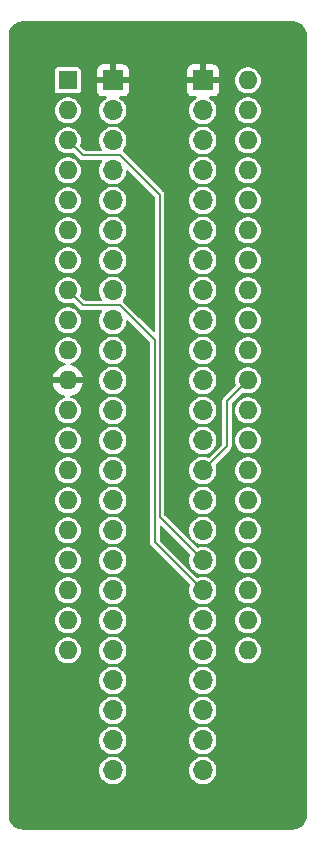
<source format=gbr>
G04 #@! TF.GenerationSoftware,KiCad,Pcbnew,7.0.11+dfsg-1build4*
G04 #@! TF.CreationDate,2024-12-02T11:07:49+09:00*
G04 #@! TF.ProjectId,bionic-z8691,62696f6e-6963-42d7-9a38-3639312e6b69,5*
G04 #@! TF.SameCoordinates,Original*
G04 #@! TF.FileFunction,Copper,L2,Inr*
G04 #@! TF.FilePolarity,Positive*
%FSLAX46Y46*%
G04 Gerber Fmt 4.6, Leading zero omitted, Abs format (unit mm)*
G04 Created by KiCad (PCBNEW 7.0.11+dfsg-1build4) date 2024-12-02 11:07:49*
%MOMM*%
%LPD*%
G01*
G04 APERTURE LIST*
G04 #@! TA.AperFunction,ComponentPad*
%ADD10R,1.600000X1.600000*%
G04 #@! TD*
G04 #@! TA.AperFunction,ComponentPad*
%ADD11O,1.600000X1.600000*%
G04 #@! TD*
G04 #@! TA.AperFunction,ComponentPad*
%ADD12O,1.700000X1.700000*%
G04 #@! TD*
G04 #@! TA.AperFunction,ComponentPad*
%ADD13R,1.700000X1.700000*%
G04 #@! TD*
G04 #@! TA.AperFunction,ViaPad*
%ADD14C,0.600000*%
G04 #@! TD*
G04 #@! TA.AperFunction,Conductor*
%ADD15C,0.200000*%
G04 #@! TD*
G04 APERTURE END LIST*
D10*
X106080000Y-75080000D03*
D11*
X106080000Y-77620000D03*
X106080000Y-80160000D03*
X106080000Y-82700000D03*
X106080000Y-85240000D03*
X106080000Y-87780000D03*
X106080000Y-90320000D03*
X106080000Y-92860000D03*
X106080000Y-95400000D03*
X106080000Y-97940000D03*
X106080000Y-100480000D03*
X106080000Y-103020000D03*
X106080000Y-105560000D03*
X106080000Y-108100000D03*
X106080000Y-110640000D03*
X106080000Y-113180000D03*
X106080000Y-115720000D03*
X106080000Y-118260000D03*
X106080000Y-120800000D03*
X106080000Y-123340000D03*
X121320000Y-123340000D03*
X121320000Y-120800000D03*
X121320000Y-118260000D03*
X121320000Y-115720000D03*
X121320000Y-113180000D03*
X121320000Y-110640000D03*
X121320000Y-108100000D03*
X121320000Y-105560000D03*
X121320000Y-103020000D03*
X121320000Y-100480000D03*
X121320000Y-97940000D03*
X121320000Y-95400000D03*
X121320000Y-92860000D03*
X121320000Y-90320000D03*
X121320000Y-87780000D03*
X121320000Y-85240000D03*
X121320000Y-82700000D03*
X121320000Y-80160000D03*
X121320000Y-77620000D03*
X121320000Y-75080000D03*
D12*
X117510000Y-133500000D03*
X117510000Y-130960000D03*
X117510000Y-128420000D03*
X117510000Y-125880000D03*
X117510000Y-123340000D03*
X117510000Y-120800000D03*
X117510000Y-118260000D03*
X117510000Y-115720000D03*
X117510000Y-113180000D03*
X117510000Y-110640000D03*
X117510000Y-108100000D03*
X117510000Y-105560000D03*
X117510000Y-103020000D03*
X117510000Y-100480000D03*
X117510000Y-97940000D03*
X117510000Y-95400000D03*
X117510000Y-92860000D03*
X117510000Y-90320000D03*
X117510000Y-87780000D03*
X117510000Y-85240000D03*
X117510000Y-82700000D03*
X117510000Y-80160000D03*
X117510000Y-77620000D03*
D13*
X117510000Y-75080000D03*
X109890000Y-75080000D03*
D12*
X109890000Y-77620000D03*
X109890000Y-80160000D03*
X109890000Y-82700000D03*
X109890000Y-85240000D03*
X109890000Y-87780000D03*
X109890000Y-90320000D03*
X109890000Y-92860000D03*
X109890000Y-95400000D03*
X109890000Y-97940000D03*
X109890000Y-100480000D03*
X109890000Y-103020000D03*
X109890000Y-105560000D03*
X109890000Y-108100000D03*
X109890000Y-110640000D03*
X109890000Y-113180000D03*
X109890000Y-115720000D03*
X109890000Y-118260000D03*
X109890000Y-120800000D03*
X109890000Y-123340000D03*
X109890000Y-125880000D03*
X109890000Y-128420000D03*
X109890000Y-130960000D03*
X109890000Y-133500000D03*
D14*
X113700000Y-123594000D03*
X121193000Y-128547000D03*
X104302000Y-78890000D03*
X113700000Y-132230000D03*
X104683000Y-104290000D03*
X106080000Y-73048000D03*
D15*
X117510000Y-115720000D02*
X113846000Y-112056000D01*
X113846000Y-112056000D02*
X113846000Y-84751000D01*
X113846000Y-84751000D02*
X110525000Y-81430000D01*
X110525000Y-81430000D02*
X107350000Y-81430000D01*
X107350000Y-81430000D02*
X106080000Y-80160000D01*
X117510000Y-118260000D02*
X113446000Y-114196000D01*
X113446000Y-97051000D02*
X110525000Y-94130000D01*
X113446000Y-114196000D02*
X113446000Y-97051000D01*
X110525000Y-94130000D02*
X107350000Y-94130000D01*
X107350000Y-94130000D02*
X106080000Y-92860000D01*
X117510000Y-108100000D02*
X119542000Y-106068000D01*
X119542000Y-106068000D02*
X119542000Y-102258000D01*
X119542000Y-102258000D02*
X121320000Y-100480000D01*
G04 #@! TA.AperFunction,Conductor*
G36*
X125133875Y-70075805D02*
G01*
X125309097Y-70089594D01*
X125324430Y-70092023D01*
X125491550Y-70132145D01*
X125506317Y-70136943D01*
X125665104Y-70202715D01*
X125678926Y-70209758D01*
X125825469Y-70299560D01*
X125838032Y-70308688D01*
X125968717Y-70420303D01*
X125979699Y-70431285D01*
X126091311Y-70561967D01*
X126100440Y-70574532D01*
X126190238Y-70721068D01*
X126197287Y-70734902D01*
X126263054Y-70893678D01*
X126267855Y-70908453D01*
X126307975Y-71075564D01*
X126310405Y-71090907D01*
X126324195Y-71266123D01*
X126324500Y-71273891D01*
X126324500Y-137306108D01*
X126324195Y-137313876D01*
X126310405Y-137489092D01*
X126307975Y-137504435D01*
X126267855Y-137671546D01*
X126263054Y-137686321D01*
X126197287Y-137845097D01*
X126190234Y-137858939D01*
X126100442Y-138005465D01*
X126091311Y-138018032D01*
X125979699Y-138148714D01*
X125968714Y-138159699D01*
X125838032Y-138271311D01*
X125825465Y-138280442D01*
X125678939Y-138370234D01*
X125665097Y-138377287D01*
X125506321Y-138443054D01*
X125491546Y-138447855D01*
X125324435Y-138487975D01*
X125309092Y-138490405D01*
X125149743Y-138502946D01*
X125133874Y-138504195D01*
X125126108Y-138504500D01*
X102273892Y-138504500D01*
X102266125Y-138504195D01*
X102247014Y-138502691D01*
X102090907Y-138490405D01*
X102075564Y-138487975D01*
X101908453Y-138447855D01*
X101893678Y-138443054D01*
X101734902Y-138377287D01*
X101721068Y-138370238D01*
X101574532Y-138280440D01*
X101561967Y-138271311D01*
X101462706Y-138186535D01*
X101431282Y-138159696D01*
X101420303Y-138148717D01*
X101308688Y-138018032D01*
X101299560Y-138005469D01*
X101209758Y-137858926D01*
X101202715Y-137845104D01*
X101136943Y-137686317D01*
X101132144Y-137671546D01*
X101092024Y-137504435D01*
X101089594Y-137489097D01*
X101075805Y-137313875D01*
X101075500Y-137306108D01*
X101075500Y-133500000D01*
X108734571Y-133500000D01*
X108754244Y-133712310D01*
X108812595Y-133917389D01*
X108907634Y-134108255D01*
X109036128Y-134278407D01*
X109036135Y-134278413D01*
X109193692Y-134422047D01*
X109193699Y-134422053D01*
X109297389Y-134486255D01*
X109374981Y-134534298D01*
X109573802Y-134611321D01*
X109783390Y-134650500D01*
X109996610Y-134650500D01*
X110206198Y-134611321D01*
X110405019Y-134534298D01*
X110586302Y-134422052D01*
X110743872Y-134278407D01*
X110872366Y-134108255D01*
X110967405Y-133917389D01*
X111025756Y-133712310D01*
X111045429Y-133500000D01*
X116354571Y-133500000D01*
X116374244Y-133712310D01*
X116432595Y-133917389D01*
X116527634Y-134108255D01*
X116656128Y-134278407D01*
X116656135Y-134278413D01*
X116813692Y-134422047D01*
X116813699Y-134422053D01*
X116917389Y-134486255D01*
X116994981Y-134534298D01*
X117193802Y-134611321D01*
X117403390Y-134650500D01*
X117616610Y-134650500D01*
X117826198Y-134611321D01*
X118025019Y-134534298D01*
X118206302Y-134422052D01*
X118363872Y-134278407D01*
X118492366Y-134108255D01*
X118587405Y-133917389D01*
X118645756Y-133712310D01*
X118665429Y-133500000D01*
X118645756Y-133287690D01*
X118587405Y-133082611D01*
X118492366Y-132891745D01*
X118363872Y-132721593D01*
X118309623Y-132672139D01*
X118206307Y-132577952D01*
X118206300Y-132577946D01*
X118025024Y-132465705D01*
X118025019Y-132465702D01*
X117826195Y-132388678D01*
X117616610Y-132349500D01*
X117403390Y-132349500D01*
X117193804Y-132388678D01*
X116994980Y-132465702D01*
X116994975Y-132465705D01*
X116813699Y-132577946D01*
X116813692Y-132577952D01*
X116656135Y-132721586D01*
X116656131Y-132721589D01*
X116656128Y-132721593D01*
X116656125Y-132721597D01*
X116527635Y-132891743D01*
X116527630Y-132891752D01*
X116432596Y-133082608D01*
X116374244Y-133287688D01*
X116374244Y-133287690D01*
X116354571Y-133500000D01*
X111045429Y-133500000D01*
X111025756Y-133287690D01*
X110967405Y-133082611D01*
X110872366Y-132891745D01*
X110743872Y-132721593D01*
X110689623Y-132672139D01*
X110586307Y-132577952D01*
X110586300Y-132577946D01*
X110405024Y-132465705D01*
X110405019Y-132465702D01*
X110206195Y-132388678D01*
X109996610Y-132349500D01*
X109783390Y-132349500D01*
X109573804Y-132388678D01*
X109374980Y-132465702D01*
X109374975Y-132465705D01*
X109193699Y-132577946D01*
X109193692Y-132577952D01*
X109036135Y-132721586D01*
X109036131Y-132721589D01*
X109036128Y-132721593D01*
X109036125Y-132721597D01*
X108907635Y-132891743D01*
X108907630Y-132891752D01*
X108812596Y-133082608D01*
X108754244Y-133287688D01*
X108754244Y-133287690D01*
X108734571Y-133500000D01*
X101075500Y-133500000D01*
X101075500Y-130960000D01*
X108734571Y-130960000D01*
X108754244Y-131172310D01*
X108812595Y-131377389D01*
X108907634Y-131568255D01*
X109036128Y-131738407D01*
X109036135Y-131738413D01*
X109193692Y-131882047D01*
X109193699Y-131882053D01*
X109297389Y-131946255D01*
X109374981Y-131994298D01*
X109573802Y-132071321D01*
X109783390Y-132110500D01*
X109996610Y-132110500D01*
X110206198Y-132071321D01*
X110405019Y-131994298D01*
X110586302Y-131882052D01*
X110743872Y-131738407D01*
X110872366Y-131568255D01*
X110967405Y-131377389D01*
X111025756Y-131172310D01*
X111045429Y-130960000D01*
X116354571Y-130960000D01*
X116374244Y-131172310D01*
X116432595Y-131377389D01*
X116527634Y-131568255D01*
X116656128Y-131738407D01*
X116656135Y-131738413D01*
X116813692Y-131882047D01*
X116813699Y-131882053D01*
X116917389Y-131946255D01*
X116994981Y-131994298D01*
X117193802Y-132071321D01*
X117403390Y-132110500D01*
X117616610Y-132110500D01*
X117826198Y-132071321D01*
X118025019Y-131994298D01*
X118206302Y-131882052D01*
X118363872Y-131738407D01*
X118492366Y-131568255D01*
X118587405Y-131377389D01*
X118645756Y-131172310D01*
X118665429Y-130960000D01*
X118645756Y-130747690D01*
X118587405Y-130542611D01*
X118492366Y-130351745D01*
X118363872Y-130181593D01*
X118309623Y-130132139D01*
X118206307Y-130037952D01*
X118206300Y-130037946D01*
X118025024Y-129925705D01*
X118025019Y-129925702D01*
X117826195Y-129848678D01*
X117616610Y-129809500D01*
X117403390Y-129809500D01*
X117193804Y-129848678D01*
X116994980Y-129925702D01*
X116994975Y-129925705D01*
X116813699Y-130037946D01*
X116813692Y-130037952D01*
X116656135Y-130181586D01*
X116656131Y-130181589D01*
X116656128Y-130181593D01*
X116656125Y-130181597D01*
X116527635Y-130351743D01*
X116527630Y-130351752D01*
X116432596Y-130542608D01*
X116374244Y-130747688D01*
X116374244Y-130747690D01*
X116354571Y-130960000D01*
X111045429Y-130960000D01*
X111025756Y-130747690D01*
X110967405Y-130542611D01*
X110872366Y-130351745D01*
X110743872Y-130181593D01*
X110689623Y-130132139D01*
X110586307Y-130037952D01*
X110586300Y-130037946D01*
X110405024Y-129925705D01*
X110405019Y-129925702D01*
X110206195Y-129848678D01*
X109996610Y-129809500D01*
X109783390Y-129809500D01*
X109573804Y-129848678D01*
X109374980Y-129925702D01*
X109374975Y-129925705D01*
X109193699Y-130037946D01*
X109193692Y-130037952D01*
X109036135Y-130181586D01*
X109036131Y-130181589D01*
X109036128Y-130181593D01*
X109036125Y-130181597D01*
X108907635Y-130351743D01*
X108907630Y-130351752D01*
X108812596Y-130542608D01*
X108754244Y-130747688D01*
X108754244Y-130747690D01*
X108734571Y-130960000D01*
X101075500Y-130960000D01*
X101075500Y-128420000D01*
X108734571Y-128420000D01*
X108754244Y-128632310D01*
X108812595Y-128837389D01*
X108907634Y-129028255D01*
X109036128Y-129198407D01*
X109036135Y-129198413D01*
X109193692Y-129342047D01*
X109193699Y-129342053D01*
X109297389Y-129406255D01*
X109374981Y-129454298D01*
X109573802Y-129531321D01*
X109783390Y-129570500D01*
X109996610Y-129570500D01*
X110206198Y-129531321D01*
X110405019Y-129454298D01*
X110586302Y-129342052D01*
X110743872Y-129198407D01*
X110872366Y-129028255D01*
X110967405Y-128837389D01*
X111025756Y-128632310D01*
X111045429Y-128420000D01*
X116354571Y-128420000D01*
X116374244Y-128632310D01*
X116432595Y-128837389D01*
X116527634Y-129028255D01*
X116656128Y-129198407D01*
X116656135Y-129198413D01*
X116813692Y-129342047D01*
X116813699Y-129342053D01*
X116917389Y-129406255D01*
X116994981Y-129454298D01*
X117193802Y-129531321D01*
X117403390Y-129570500D01*
X117616610Y-129570500D01*
X117826198Y-129531321D01*
X118025019Y-129454298D01*
X118206302Y-129342052D01*
X118363872Y-129198407D01*
X118492366Y-129028255D01*
X118587405Y-128837389D01*
X118645756Y-128632310D01*
X118665429Y-128420000D01*
X118645756Y-128207690D01*
X118587405Y-128002611D01*
X118492366Y-127811745D01*
X118363872Y-127641593D01*
X118309623Y-127592139D01*
X118206307Y-127497952D01*
X118206300Y-127497946D01*
X118025024Y-127385705D01*
X118025019Y-127385702D01*
X117826195Y-127308678D01*
X117616610Y-127269500D01*
X117403390Y-127269500D01*
X117193804Y-127308678D01*
X116994980Y-127385702D01*
X116994975Y-127385705D01*
X116813699Y-127497946D01*
X116813692Y-127497952D01*
X116656135Y-127641586D01*
X116656131Y-127641589D01*
X116656128Y-127641593D01*
X116656125Y-127641597D01*
X116527635Y-127811743D01*
X116527630Y-127811752D01*
X116432596Y-128002608D01*
X116374244Y-128207688D01*
X116374244Y-128207690D01*
X116354571Y-128420000D01*
X111045429Y-128420000D01*
X111025756Y-128207690D01*
X110967405Y-128002611D01*
X110872366Y-127811745D01*
X110743872Y-127641593D01*
X110689623Y-127592139D01*
X110586307Y-127497952D01*
X110586300Y-127497946D01*
X110405024Y-127385705D01*
X110405019Y-127385702D01*
X110206195Y-127308678D01*
X109996610Y-127269500D01*
X109783390Y-127269500D01*
X109573804Y-127308678D01*
X109374980Y-127385702D01*
X109374975Y-127385705D01*
X109193699Y-127497946D01*
X109193692Y-127497952D01*
X109036135Y-127641586D01*
X109036131Y-127641589D01*
X109036128Y-127641593D01*
X109036125Y-127641597D01*
X108907635Y-127811743D01*
X108907630Y-127811752D01*
X108812596Y-128002608D01*
X108754244Y-128207688D01*
X108754244Y-128207690D01*
X108734571Y-128420000D01*
X101075500Y-128420000D01*
X101075500Y-125880000D01*
X108734571Y-125880000D01*
X108754244Y-126092310D01*
X108812595Y-126297389D01*
X108907634Y-126488255D01*
X109036128Y-126658407D01*
X109036135Y-126658413D01*
X109193692Y-126802047D01*
X109193699Y-126802053D01*
X109297389Y-126866255D01*
X109374981Y-126914298D01*
X109573802Y-126991321D01*
X109783390Y-127030500D01*
X109996610Y-127030500D01*
X110206198Y-126991321D01*
X110405019Y-126914298D01*
X110586302Y-126802052D01*
X110743872Y-126658407D01*
X110872366Y-126488255D01*
X110967405Y-126297389D01*
X111025756Y-126092310D01*
X111045429Y-125880000D01*
X116354571Y-125880000D01*
X116374244Y-126092310D01*
X116432595Y-126297389D01*
X116527634Y-126488255D01*
X116656128Y-126658407D01*
X116656135Y-126658413D01*
X116813692Y-126802047D01*
X116813699Y-126802053D01*
X116917389Y-126866255D01*
X116994981Y-126914298D01*
X117193802Y-126991321D01*
X117403390Y-127030500D01*
X117616610Y-127030500D01*
X117826198Y-126991321D01*
X118025019Y-126914298D01*
X118206302Y-126802052D01*
X118363872Y-126658407D01*
X118492366Y-126488255D01*
X118587405Y-126297389D01*
X118645756Y-126092310D01*
X118665429Y-125880000D01*
X118645756Y-125667690D01*
X118587405Y-125462611D01*
X118492366Y-125271745D01*
X118363872Y-125101593D01*
X118309623Y-125052139D01*
X118206307Y-124957952D01*
X118206300Y-124957946D01*
X118025024Y-124845705D01*
X118025019Y-124845702D01*
X117826195Y-124768678D01*
X117616610Y-124729500D01*
X117403390Y-124729500D01*
X117193804Y-124768678D01*
X116994980Y-124845702D01*
X116994975Y-124845705D01*
X116813699Y-124957946D01*
X116813692Y-124957952D01*
X116656135Y-125101586D01*
X116656131Y-125101589D01*
X116656128Y-125101593D01*
X116656125Y-125101597D01*
X116527635Y-125271743D01*
X116527630Y-125271752D01*
X116432596Y-125462608D01*
X116374244Y-125667688D01*
X116374244Y-125667690D01*
X116354571Y-125880000D01*
X111045429Y-125880000D01*
X111025756Y-125667690D01*
X110967405Y-125462611D01*
X110872366Y-125271745D01*
X110743872Y-125101593D01*
X110689623Y-125052139D01*
X110586307Y-124957952D01*
X110586300Y-124957946D01*
X110405024Y-124845705D01*
X110405019Y-124845702D01*
X110206195Y-124768678D01*
X109996610Y-124729500D01*
X109783390Y-124729500D01*
X109573804Y-124768678D01*
X109374980Y-124845702D01*
X109374975Y-124845705D01*
X109193699Y-124957946D01*
X109193692Y-124957952D01*
X109036135Y-125101586D01*
X109036131Y-125101589D01*
X109036128Y-125101593D01*
X109036125Y-125101597D01*
X108907635Y-125271743D01*
X108907630Y-125271752D01*
X108812596Y-125462608D01*
X108754244Y-125667688D01*
X108754244Y-125667690D01*
X108734571Y-125880000D01*
X101075500Y-125880000D01*
X101075500Y-123340000D01*
X104974785Y-123340000D01*
X104993603Y-123543083D01*
X105049418Y-123739250D01*
X105140327Y-123921821D01*
X105263236Y-124084579D01*
X105413959Y-124221981D01*
X105587363Y-124329348D01*
X105777544Y-124403024D01*
X105978024Y-124440500D01*
X106181976Y-124440500D01*
X106382456Y-124403024D01*
X106572637Y-124329348D01*
X106746041Y-124221981D01*
X106896764Y-124084579D01*
X107019673Y-123921821D01*
X107110582Y-123739250D01*
X107166397Y-123543083D01*
X107185215Y-123340000D01*
X108734571Y-123340000D01*
X108754244Y-123552310D01*
X108812595Y-123757389D01*
X108907634Y-123948255D01*
X109036128Y-124118407D01*
X109036135Y-124118413D01*
X109193692Y-124262047D01*
X109193699Y-124262053D01*
X109297389Y-124326255D01*
X109374981Y-124374298D01*
X109573802Y-124451321D01*
X109783390Y-124490500D01*
X109996610Y-124490500D01*
X110206198Y-124451321D01*
X110405019Y-124374298D01*
X110586302Y-124262052D01*
X110743872Y-124118407D01*
X110872366Y-123948255D01*
X110967405Y-123757389D01*
X111025756Y-123552310D01*
X111045429Y-123340000D01*
X116354571Y-123340000D01*
X116374244Y-123552310D01*
X116432595Y-123757389D01*
X116527634Y-123948255D01*
X116656128Y-124118407D01*
X116656135Y-124118413D01*
X116813692Y-124262047D01*
X116813699Y-124262053D01*
X116917389Y-124326255D01*
X116994981Y-124374298D01*
X117193802Y-124451321D01*
X117403390Y-124490500D01*
X117616610Y-124490500D01*
X117826198Y-124451321D01*
X118025019Y-124374298D01*
X118206302Y-124262052D01*
X118363872Y-124118407D01*
X118492366Y-123948255D01*
X118587405Y-123757389D01*
X118645756Y-123552310D01*
X118665429Y-123340000D01*
X120214785Y-123340000D01*
X120233603Y-123543083D01*
X120289418Y-123739250D01*
X120380327Y-123921821D01*
X120503236Y-124084579D01*
X120653959Y-124221981D01*
X120827363Y-124329348D01*
X121017544Y-124403024D01*
X121218024Y-124440500D01*
X121421976Y-124440500D01*
X121622456Y-124403024D01*
X121812637Y-124329348D01*
X121986041Y-124221981D01*
X122136764Y-124084579D01*
X122259673Y-123921821D01*
X122350582Y-123739250D01*
X122406397Y-123543083D01*
X122425215Y-123340000D01*
X122406397Y-123136917D01*
X122350582Y-122940750D01*
X122259673Y-122758179D01*
X122136764Y-122595421D01*
X121986041Y-122458019D01*
X121812637Y-122350652D01*
X121622456Y-122276976D01*
X121622455Y-122276975D01*
X121622453Y-122276975D01*
X121421976Y-122239500D01*
X121218024Y-122239500D01*
X121017546Y-122276975D01*
X120947632Y-122304059D01*
X120827363Y-122350652D01*
X120718676Y-122417948D01*
X120653959Y-122458019D01*
X120503237Y-122595420D01*
X120380328Y-122758177D01*
X120380323Y-122758186D01*
X120298450Y-122922611D01*
X120289418Y-122940750D01*
X120233603Y-123136917D01*
X120214785Y-123340000D01*
X118665429Y-123340000D01*
X118645756Y-123127690D01*
X118587405Y-122922611D01*
X118492366Y-122731745D01*
X118363872Y-122561593D01*
X118309623Y-122512139D01*
X118206307Y-122417952D01*
X118206300Y-122417946D01*
X118025024Y-122305705D01*
X118025019Y-122305702D01*
X117826195Y-122228678D01*
X117616610Y-122189500D01*
X117403390Y-122189500D01*
X117193804Y-122228678D01*
X116994980Y-122305702D01*
X116994975Y-122305705D01*
X116813699Y-122417946D01*
X116813692Y-122417952D01*
X116656135Y-122561586D01*
X116656131Y-122561589D01*
X116656128Y-122561593D01*
X116656125Y-122561597D01*
X116527635Y-122731743D01*
X116527630Y-122731752D01*
X116432596Y-122922608D01*
X116374244Y-123127688D01*
X116374244Y-123127690D01*
X116354571Y-123340000D01*
X111045429Y-123340000D01*
X111025756Y-123127690D01*
X110967405Y-122922611D01*
X110872366Y-122731745D01*
X110743872Y-122561593D01*
X110689623Y-122512139D01*
X110586307Y-122417952D01*
X110586300Y-122417946D01*
X110405024Y-122305705D01*
X110405019Y-122305702D01*
X110206195Y-122228678D01*
X109996610Y-122189500D01*
X109783390Y-122189500D01*
X109573804Y-122228678D01*
X109374980Y-122305702D01*
X109374975Y-122305705D01*
X109193699Y-122417946D01*
X109193692Y-122417952D01*
X109036135Y-122561586D01*
X109036131Y-122561589D01*
X109036128Y-122561593D01*
X109036125Y-122561597D01*
X108907635Y-122731743D01*
X108907630Y-122731752D01*
X108812596Y-122922608D01*
X108754244Y-123127688D01*
X108754244Y-123127690D01*
X108734571Y-123340000D01*
X107185215Y-123340000D01*
X107166397Y-123136917D01*
X107110582Y-122940750D01*
X107019673Y-122758179D01*
X106896764Y-122595421D01*
X106746041Y-122458019D01*
X106572637Y-122350652D01*
X106382456Y-122276976D01*
X106382455Y-122276975D01*
X106382453Y-122276975D01*
X106181976Y-122239500D01*
X105978024Y-122239500D01*
X105777546Y-122276975D01*
X105707632Y-122304059D01*
X105587363Y-122350652D01*
X105478676Y-122417948D01*
X105413959Y-122458019D01*
X105263237Y-122595420D01*
X105140328Y-122758177D01*
X105140323Y-122758186D01*
X105058450Y-122922611D01*
X105049418Y-122940750D01*
X104993603Y-123136917D01*
X104974785Y-123340000D01*
X101075500Y-123340000D01*
X101075500Y-120800000D01*
X104974785Y-120800000D01*
X104993603Y-121003083D01*
X105049418Y-121199250D01*
X105140327Y-121381821D01*
X105263236Y-121544579D01*
X105413959Y-121681981D01*
X105587363Y-121789348D01*
X105777544Y-121863024D01*
X105978024Y-121900500D01*
X106181976Y-121900500D01*
X106382456Y-121863024D01*
X106572637Y-121789348D01*
X106746041Y-121681981D01*
X106896764Y-121544579D01*
X107019673Y-121381821D01*
X107110582Y-121199250D01*
X107166397Y-121003083D01*
X107185215Y-120800000D01*
X108734571Y-120800000D01*
X108754244Y-121012310D01*
X108812595Y-121217389D01*
X108907634Y-121408255D01*
X109036128Y-121578407D01*
X109036135Y-121578413D01*
X109193692Y-121722047D01*
X109193699Y-121722053D01*
X109297389Y-121786255D01*
X109374981Y-121834298D01*
X109573802Y-121911321D01*
X109783390Y-121950500D01*
X109996610Y-121950500D01*
X110206198Y-121911321D01*
X110405019Y-121834298D01*
X110586302Y-121722052D01*
X110743872Y-121578407D01*
X110872366Y-121408255D01*
X110967405Y-121217389D01*
X111025756Y-121012310D01*
X111045429Y-120800000D01*
X116354571Y-120800000D01*
X116374244Y-121012310D01*
X116432595Y-121217389D01*
X116527634Y-121408255D01*
X116656128Y-121578407D01*
X116656135Y-121578413D01*
X116813692Y-121722047D01*
X116813699Y-121722053D01*
X116917389Y-121786255D01*
X116994981Y-121834298D01*
X117193802Y-121911321D01*
X117403390Y-121950500D01*
X117616610Y-121950500D01*
X117826198Y-121911321D01*
X118025019Y-121834298D01*
X118206302Y-121722052D01*
X118363872Y-121578407D01*
X118492366Y-121408255D01*
X118587405Y-121217389D01*
X118645756Y-121012310D01*
X118665429Y-120800000D01*
X120214785Y-120800000D01*
X120233603Y-121003083D01*
X120289418Y-121199250D01*
X120380327Y-121381821D01*
X120503236Y-121544579D01*
X120653959Y-121681981D01*
X120827363Y-121789348D01*
X121017544Y-121863024D01*
X121218024Y-121900500D01*
X121421976Y-121900500D01*
X121622456Y-121863024D01*
X121812637Y-121789348D01*
X121986041Y-121681981D01*
X122136764Y-121544579D01*
X122259673Y-121381821D01*
X122350582Y-121199250D01*
X122406397Y-121003083D01*
X122425215Y-120800000D01*
X122406397Y-120596917D01*
X122350582Y-120400750D01*
X122259673Y-120218179D01*
X122136764Y-120055421D01*
X121986041Y-119918019D01*
X121812637Y-119810652D01*
X121622456Y-119736976D01*
X121622455Y-119736975D01*
X121622453Y-119736975D01*
X121421976Y-119699500D01*
X121218024Y-119699500D01*
X121017546Y-119736975D01*
X120947632Y-119764059D01*
X120827363Y-119810652D01*
X120718676Y-119877948D01*
X120653959Y-119918019D01*
X120503237Y-120055420D01*
X120380328Y-120218177D01*
X120380323Y-120218186D01*
X120298450Y-120382611D01*
X120289418Y-120400750D01*
X120233603Y-120596917D01*
X120214785Y-120800000D01*
X118665429Y-120800000D01*
X118645756Y-120587690D01*
X118587405Y-120382611D01*
X118492366Y-120191745D01*
X118363872Y-120021593D01*
X118309623Y-119972139D01*
X118206307Y-119877952D01*
X118206300Y-119877946D01*
X118025024Y-119765705D01*
X118025019Y-119765702D01*
X117826195Y-119688678D01*
X117616610Y-119649500D01*
X117403390Y-119649500D01*
X117193804Y-119688678D01*
X116994980Y-119765702D01*
X116994975Y-119765705D01*
X116813699Y-119877946D01*
X116813692Y-119877952D01*
X116656135Y-120021586D01*
X116656131Y-120021589D01*
X116656128Y-120021593D01*
X116656125Y-120021597D01*
X116527635Y-120191743D01*
X116527630Y-120191752D01*
X116432596Y-120382608D01*
X116374244Y-120587688D01*
X116374244Y-120587690D01*
X116354571Y-120800000D01*
X111045429Y-120800000D01*
X111025756Y-120587690D01*
X110967405Y-120382611D01*
X110872366Y-120191745D01*
X110743872Y-120021593D01*
X110689623Y-119972139D01*
X110586307Y-119877952D01*
X110586300Y-119877946D01*
X110405024Y-119765705D01*
X110405019Y-119765702D01*
X110206195Y-119688678D01*
X109996610Y-119649500D01*
X109783390Y-119649500D01*
X109573804Y-119688678D01*
X109374980Y-119765702D01*
X109374975Y-119765705D01*
X109193699Y-119877946D01*
X109193692Y-119877952D01*
X109036135Y-120021586D01*
X109036131Y-120021589D01*
X109036128Y-120021593D01*
X109036125Y-120021597D01*
X108907635Y-120191743D01*
X108907630Y-120191752D01*
X108812596Y-120382608D01*
X108754244Y-120587688D01*
X108754244Y-120587690D01*
X108734571Y-120800000D01*
X107185215Y-120800000D01*
X107166397Y-120596917D01*
X107110582Y-120400750D01*
X107019673Y-120218179D01*
X106896764Y-120055421D01*
X106746041Y-119918019D01*
X106572637Y-119810652D01*
X106382456Y-119736976D01*
X106382455Y-119736975D01*
X106382453Y-119736975D01*
X106181976Y-119699500D01*
X105978024Y-119699500D01*
X105777546Y-119736975D01*
X105707632Y-119764059D01*
X105587363Y-119810652D01*
X105478676Y-119877948D01*
X105413959Y-119918019D01*
X105263237Y-120055420D01*
X105140328Y-120218177D01*
X105140323Y-120218186D01*
X105058450Y-120382611D01*
X105049418Y-120400750D01*
X104993603Y-120596917D01*
X104974785Y-120800000D01*
X101075500Y-120800000D01*
X101075500Y-118260000D01*
X104974785Y-118260000D01*
X104993603Y-118463083D01*
X105049418Y-118659250D01*
X105140327Y-118841821D01*
X105263236Y-119004579D01*
X105413959Y-119141981D01*
X105587363Y-119249348D01*
X105777544Y-119323024D01*
X105978024Y-119360500D01*
X106181976Y-119360500D01*
X106382456Y-119323024D01*
X106572637Y-119249348D01*
X106746041Y-119141981D01*
X106896764Y-119004579D01*
X107019673Y-118841821D01*
X107110582Y-118659250D01*
X107166397Y-118463083D01*
X107185215Y-118260000D01*
X108734571Y-118260000D01*
X108754244Y-118472310D01*
X108812595Y-118677389D01*
X108907634Y-118868255D01*
X109036128Y-119038407D01*
X109036135Y-119038413D01*
X109193692Y-119182047D01*
X109193699Y-119182053D01*
X109297389Y-119246255D01*
X109374981Y-119294298D01*
X109573802Y-119371321D01*
X109783390Y-119410500D01*
X109996610Y-119410500D01*
X110206198Y-119371321D01*
X110405019Y-119294298D01*
X110586302Y-119182052D01*
X110743872Y-119038407D01*
X110872366Y-118868255D01*
X110967405Y-118677389D01*
X111025756Y-118472310D01*
X111045429Y-118260000D01*
X111025756Y-118047690D01*
X110967405Y-117842611D01*
X110872366Y-117651745D01*
X110743872Y-117481593D01*
X110689623Y-117432139D01*
X110586307Y-117337952D01*
X110586300Y-117337946D01*
X110405024Y-117225705D01*
X110405019Y-117225702D01*
X110319657Y-117192633D01*
X110206198Y-117148679D01*
X110206197Y-117148678D01*
X110206195Y-117148678D01*
X109996610Y-117109500D01*
X109783390Y-117109500D01*
X109573804Y-117148678D01*
X109374980Y-117225702D01*
X109374975Y-117225705D01*
X109193699Y-117337946D01*
X109193692Y-117337952D01*
X109036135Y-117481586D01*
X109036131Y-117481589D01*
X109036128Y-117481593D01*
X109036125Y-117481597D01*
X108907635Y-117651743D01*
X108907630Y-117651752D01*
X108812596Y-117842608D01*
X108754244Y-118047688D01*
X108754244Y-118047690D01*
X108734571Y-118260000D01*
X107185215Y-118260000D01*
X107166397Y-118056917D01*
X107110582Y-117860750D01*
X107019673Y-117678179D01*
X106896764Y-117515421D01*
X106746041Y-117378019D01*
X106572637Y-117270652D01*
X106382456Y-117196976D01*
X106382455Y-117196975D01*
X106382453Y-117196975D01*
X106181976Y-117159500D01*
X105978024Y-117159500D01*
X105777546Y-117196975D01*
X105737353Y-117212546D01*
X105587363Y-117270652D01*
X105478676Y-117337948D01*
X105413959Y-117378019D01*
X105263237Y-117515420D01*
X105140328Y-117678177D01*
X105140323Y-117678186D01*
X105058450Y-117842611D01*
X105049418Y-117860750D01*
X104993603Y-118056917D01*
X104974785Y-118260000D01*
X101075500Y-118260000D01*
X101075500Y-115720000D01*
X104974785Y-115720000D01*
X104993603Y-115923083D01*
X105049418Y-116119250D01*
X105140327Y-116301821D01*
X105263236Y-116464579D01*
X105413959Y-116601981D01*
X105587363Y-116709348D01*
X105777544Y-116783024D01*
X105978024Y-116820500D01*
X106181976Y-116820500D01*
X106382456Y-116783024D01*
X106572637Y-116709348D01*
X106746041Y-116601981D01*
X106896764Y-116464579D01*
X107019673Y-116301821D01*
X107110582Y-116119250D01*
X107166397Y-115923083D01*
X107185215Y-115720000D01*
X108734571Y-115720000D01*
X108754244Y-115932310D01*
X108812595Y-116137389D01*
X108907634Y-116328255D01*
X109036128Y-116498407D01*
X109036135Y-116498413D01*
X109193692Y-116642047D01*
X109193699Y-116642053D01*
X109297389Y-116706255D01*
X109374981Y-116754298D01*
X109573802Y-116831321D01*
X109783390Y-116870500D01*
X109996610Y-116870500D01*
X110206198Y-116831321D01*
X110405019Y-116754298D01*
X110586302Y-116642052D01*
X110743872Y-116498407D01*
X110872366Y-116328255D01*
X110967405Y-116137389D01*
X111025756Y-115932310D01*
X111045429Y-115720000D01*
X111025756Y-115507690D01*
X110967405Y-115302611D01*
X110872366Y-115111745D01*
X110743872Y-114941593D01*
X110689623Y-114892139D01*
X110586307Y-114797952D01*
X110586300Y-114797946D01*
X110405024Y-114685705D01*
X110405019Y-114685702D01*
X110319657Y-114652633D01*
X110206198Y-114608679D01*
X110206197Y-114608678D01*
X110206195Y-114608678D01*
X109996610Y-114569500D01*
X109783390Y-114569500D01*
X109573804Y-114608678D01*
X109374980Y-114685702D01*
X109374975Y-114685705D01*
X109193699Y-114797946D01*
X109193692Y-114797952D01*
X109036135Y-114941586D01*
X109036131Y-114941589D01*
X109036128Y-114941593D01*
X109036125Y-114941597D01*
X108907635Y-115111743D01*
X108907630Y-115111752D01*
X108812596Y-115302608D01*
X108754244Y-115507688D01*
X108754244Y-115507690D01*
X108734571Y-115720000D01*
X107185215Y-115720000D01*
X107166397Y-115516917D01*
X107110582Y-115320750D01*
X107019673Y-115138179D01*
X106896764Y-114975421D01*
X106746041Y-114838019D01*
X106572637Y-114730652D01*
X106382456Y-114656976D01*
X106382455Y-114656975D01*
X106382453Y-114656975D01*
X106181976Y-114619500D01*
X105978024Y-114619500D01*
X105777546Y-114656975D01*
X105737353Y-114672546D01*
X105587363Y-114730652D01*
X105478676Y-114797948D01*
X105413959Y-114838019D01*
X105263237Y-114975420D01*
X105140328Y-115138177D01*
X105140323Y-115138186D01*
X105058450Y-115302611D01*
X105049418Y-115320750D01*
X104993603Y-115516917D01*
X104974785Y-115720000D01*
X101075500Y-115720000D01*
X101075500Y-113180000D01*
X104974785Y-113180000D01*
X104993603Y-113383083D01*
X105049418Y-113579250D01*
X105140327Y-113761821D01*
X105263236Y-113924579D01*
X105413959Y-114061981D01*
X105587363Y-114169348D01*
X105777544Y-114243024D01*
X105978024Y-114280500D01*
X106181976Y-114280500D01*
X106382456Y-114243024D01*
X106572637Y-114169348D01*
X106746041Y-114061981D01*
X106896764Y-113924579D01*
X107019673Y-113761821D01*
X107110582Y-113579250D01*
X107166397Y-113383083D01*
X107185215Y-113180000D01*
X108734571Y-113180000D01*
X108754244Y-113392310D01*
X108812595Y-113597389D01*
X108907634Y-113788255D01*
X109036128Y-113958407D01*
X109086784Y-114004586D01*
X109193692Y-114102047D01*
X109193699Y-114102053D01*
X109242981Y-114132567D01*
X109374981Y-114214298D01*
X109573802Y-114291321D01*
X109783390Y-114330500D01*
X109996610Y-114330500D01*
X110206198Y-114291321D01*
X110405019Y-114214298D01*
X110586302Y-114102052D01*
X110743872Y-113958407D01*
X110872366Y-113788255D01*
X110967405Y-113597389D01*
X111025756Y-113392310D01*
X111045429Y-113180000D01*
X111025756Y-112967690D01*
X110967405Y-112762611D01*
X110872366Y-112571745D01*
X110743872Y-112401593D01*
X110689623Y-112352139D01*
X110586307Y-112257952D01*
X110586300Y-112257946D01*
X110405024Y-112145705D01*
X110405019Y-112145702D01*
X110206195Y-112068678D01*
X109996610Y-112029500D01*
X109783390Y-112029500D01*
X109573804Y-112068678D01*
X109374980Y-112145702D01*
X109374975Y-112145705D01*
X109193699Y-112257946D01*
X109193692Y-112257952D01*
X109036135Y-112401586D01*
X109036131Y-112401589D01*
X109036128Y-112401593D01*
X109036125Y-112401597D01*
X108907635Y-112571743D01*
X108907630Y-112571752D01*
X108812596Y-112762608D01*
X108754244Y-112967688D01*
X108754244Y-112967690D01*
X108734571Y-113180000D01*
X107185215Y-113180000D01*
X107166397Y-112976917D01*
X107110582Y-112780750D01*
X107019673Y-112598179D01*
X106896764Y-112435421D01*
X106746041Y-112298019D01*
X106572637Y-112190652D01*
X106382456Y-112116976D01*
X106382455Y-112116975D01*
X106382453Y-112116975D01*
X106181976Y-112079500D01*
X105978024Y-112079500D01*
X105777546Y-112116975D01*
X105707632Y-112144059D01*
X105587363Y-112190652D01*
X105478676Y-112257948D01*
X105413959Y-112298019D01*
X105263237Y-112435420D01*
X105140328Y-112598177D01*
X105140323Y-112598186D01*
X105049419Y-112780747D01*
X105049418Y-112780750D01*
X104993603Y-112976917D01*
X104974785Y-113180000D01*
X101075500Y-113180000D01*
X101075500Y-110640000D01*
X104974785Y-110640000D01*
X104993603Y-110843083D01*
X105049418Y-111039250D01*
X105140327Y-111221821D01*
X105263236Y-111384579D01*
X105413959Y-111521981D01*
X105587363Y-111629348D01*
X105777544Y-111703024D01*
X105978024Y-111740500D01*
X106181976Y-111740500D01*
X106382456Y-111703024D01*
X106572637Y-111629348D01*
X106746041Y-111521981D01*
X106896764Y-111384579D01*
X107019673Y-111221821D01*
X107110582Y-111039250D01*
X107166397Y-110843083D01*
X107185215Y-110640000D01*
X108734571Y-110640000D01*
X108754244Y-110852310D01*
X108812595Y-111057389D01*
X108907634Y-111248255D01*
X109036128Y-111418407D01*
X109036135Y-111418413D01*
X109193692Y-111562047D01*
X109193699Y-111562053D01*
X109297389Y-111626255D01*
X109374981Y-111674298D01*
X109573802Y-111751321D01*
X109783390Y-111790500D01*
X109996610Y-111790500D01*
X110206198Y-111751321D01*
X110405019Y-111674298D01*
X110586302Y-111562052D01*
X110743872Y-111418407D01*
X110872366Y-111248255D01*
X110967405Y-111057389D01*
X111025756Y-110852310D01*
X111045429Y-110640000D01*
X111025756Y-110427690D01*
X110967405Y-110222611D01*
X110872366Y-110031745D01*
X110743872Y-109861593D01*
X110689623Y-109812139D01*
X110586307Y-109717952D01*
X110586300Y-109717946D01*
X110405024Y-109605705D01*
X110405019Y-109605702D01*
X110206195Y-109528678D01*
X109996610Y-109489500D01*
X109783390Y-109489500D01*
X109573804Y-109528678D01*
X109374980Y-109605702D01*
X109374975Y-109605705D01*
X109193699Y-109717946D01*
X109193692Y-109717952D01*
X109036135Y-109861586D01*
X109036131Y-109861589D01*
X109036128Y-109861593D01*
X109036125Y-109861597D01*
X108907635Y-110031743D01*
X108907630Y-110031752D01*
X108812596Y-110222608D01*
X108754244Y-110427688D01*
X108754244Y-110427690D01*
X108734571Y-110640000D01*
X107185215Y-110640000D01*
X107166397Y-110436917D01*
X107110582Y-110240750D01*
X107019673Y-110058179D01*
X106896764Y-109895421D01*
X106746041Y-109758019D01*
X106572637Y-109650652D01*
X106382456Y-109576976D01*
X106382455Y-109576975D01*
X106382453Y-109576975D01*
X106181976Y-109539500D01*
X105978024Y-109539500D01*
X105777546Y-109576975D01*
X105707632Y-109604059D01*
X105587363Y-109650652D01*
X105478676Y-109717948D01*
X105413959Y-109758019D01*
X105263237Y-109895420D01*
X105140328Y-110058177D01*
X105140323Y-110058186D01*
X105058450Y-110222611D01*
X105049418Y-110240750D01*
X104993603Y-110436917D01*
X104974785Y-110640000D01*
X101075500Y-110640000D01*
X101075500Y-108100000D01*
X104974785Y-108100000D01*
X104993603Y-108303083D01*
X105049418Y-108499250D01*
X105140327Y-108681821D01*
X105263236Y-108844579D01*
X105413959Y-108981981D01*
X105587363Y-109089348D01*
X105777544Y-109163024D01*
X105978024Y-109200500D01*
X106181976Y-109200500D01*
X106382456Y-109163024D01*
X106572637Y-109089348D01*
X106746041Y-108981981D01*
X106896764Y-108844579D01*
X107019673Y-108681821D01*
X107110582Y-108499250D01*
X107166397Y-108303083D01*
X107185215Y-108100000D01*
X108734571Y-108100000D01*
X108754244Y-108312310D01*
X108812595Y-108517389D01*
X108907634Y-108708255D01*
X109036128Y-108878407D01*
X109036135Y-108878413D01*
X109193692Y-109022047D01*
X109193699Y-109022053D01*
X109297389Y-109086255D01*
X109374981Y-109134298D01*
X109573802Y-109211321D01*
X109783390Y-109250500D01*
X109996610Y-109250500D01*
X110206198Y-109211321D01*
X110405019Y-109134298D01*
X110586302Y-109022052D01*
X110743872Y-108878407D01*
X110872366Y-108708255D01*
X110967405Y-108517389D01*
X111025756Y-108312310D01*
X111045429Y-108100000D01*
X111025756Y-107887690D01*
X110967405Y-107682611D01*
X110872366Y-107491745D01*
X110743872Y-107321593D01*
X110689623Y-107272139D01*
X110586307Y-107177952D01*
X110586300Y-107177946D01*
X110405024Y-107065705D01*
X110405019Y-107065702D01*
X110325016Y-107034709D01*
X110206198Y-106988679D01*
X110206197Y-106988678D01*
X110206195Y-106988678D01*
X109996610Y-106949500D01*
X109783390Y-106949500D01*
X109573804Y-106988678D01*
X109374980Y-107065702D01*
X109374975Y-107065705D01*
X109193699Y-107177946D01*
X109193692Y-107177952D01*
X109036135Y-107321586D01*
X109036131Y-107321589D01*
X109036128Y-107321593D01*
X109036125Y-107321597D01*
X108907635Y-107491743D01*
X108907630Y-107491752D01*
X108812596Y-107682608D01*
X108754244Y-107887688D01*
X108754244Y-107887690D01*
X108734571Y-108100000D01*
X107185215Y-108100000D01*
X107166397Y-107896917D01*
X107110582Y-107700750D01*
X107019673Y-107518179D01*
X106896764Y-107355421D01*
X106746041Y-107218019D01*
X106572637Y-107110652D01*
X106382456Y-107036976D01*
X106382455Y-107036975D01*
X106382453Y-107036975D01*
X106181976Y-106999500D01*
X105978024Y-106999500D01*
X105777546Y-107036975D01*
X105737353Y-107052546D01*
X105587363Y-107110652D01*
X105478676Y-107177948D01*
X105413959Y-107218019D01*
X105263237Y-107355420D01*
X105140328Y-107518177D01*
X105140323Y-107518186D01*
X105058450Y-107682611D01*
X105049418Y-107700750D01*
X104993603Y-107896917D01*
X104974785Y-108100000D01*
X101075500Y-108100000D01*
X101075500Y-105560000D01*
X104974785Y-105560000D01*
X104993603Y-105763083D01*
X105049418Y-105959250D01*
X105140327Y-106141821D01*
X105263236Y-106304579D01*
X105413959Y-106441981D01*
X105587363Y-106549348D01*
X105777544Y-106623024D01*
X105978024Y-106660500D01*
X106181976Y-106660500D01*
X106382456Y-106623024D01*
X106572637Y-106549348D01*
X106746041Y-106441981D01*
X106896764Y-106304579D01*
X107019673Y-106141821D01*
X107110582Y-105959250D01*
X107166397Y-105763083D01*
X107185215Y-105560000D01*
X108734571Y-105560000D01*
X108754244Y-105772310D01*
X108812595Y-105977389D01*
X108907634Y-106168255D01*
X109036128Y-106338407D01*
X109036135Y-106338413D01*
X109193692Y-106482047D01*
X109193699Y-106482053D01*
X109297389Y-106546255D01*
X109374981Y-106594298D01*
X109573802Y-106671321D01*
X109783390Y-106710500D01*
X109996610Y-106710500D01*
X110206198Y-106671321D01*
X110405019Y-106594298D01*
X110586302Y-106482052D01*
X110743872Y-106338407D01*
X110872366Y-106168255D01*
X110967405Y-105977389D01*
X111025756Y-105772310D01*
X111045429Y-105560000D01*
X111025756Y-105347690D01*
X110967405Y-105142611D01*
X110872366Y-104951745D01*
X110743872Y-104781593D01*
X110689623Y-104732139D01*
X110586307Y-104637952D01*
X110586300Y-104637946D01*
X110405024Y-104525705D01*
X110405019Y-104525702D01*
X110206195Y-104448678D01*
X109996610Y-104409500D01*
X109783390Y-104409500D01*
X109573804Y-104448678D01*
X109374980Y-104525702D01*
X109374975Y-104525705D01*
X109193699Y-104637946D01*
X109193692Y-104637952D01*
X109036135Y-104781586D01*
X109036131Y-104781589D01*
X109036128Y-104781593D01*
X109036125Y-104781597D01*
X108907635Y-104951743D01*
X108907630Y-104951752D01*
X108812596Y-105142608D01*
X108754244Y-105347688D01*
X108754244Y-105347690D01*
X108734571Y-105560000D01*
X107185215Y-105560000D01*
X107166397Y-105356917D01*
X107110582Y-105160750D01*
X107019673Y-104978179D01*
X106896764Y-104815421D01*
X106746041Y-104678019D01*
X106572637Y-104570652D01*
X106382456Y-104496976D01*
X106382455Y-104496975D01*
X106382453Y-104496975D01*
X106181976Y-104459500D01*
X105978024Y-104459500D01*
X105777546Y-104496975D01*
X105707632Y-104524059D01*
X105587363Y-104570652D01*
X105478676Y-104637948D01*
X105413959Y-104678019D01*
X105263237Y-104815420D01*
X105140328Y-104978177D01*
X105140323Y-104978186D01*
X105058450Y-105142611D01*
X105049418Y-105160750D01*
X104993603Y-105356917D01*
X104974785Y-105560000D01*
X101075500Y-105560000D01*
X101075500Y-100730000D01*
X104801128Y-100730000D01*
X104853733Y-100926323D01*
X104949865Y-101132481D01*
X105080334Y-101318811D01*
X105241188Y-101479665D01*
X105427518Y-101610134D01*
X105633675Y-101706266D01*
X105822848Y-101756955D01*
X105874162Y-101790279D01*
X105896089Y-101847401D01*
X105880254Y-101906501D01*
X105832704Y-101945006D01*
X105815417Y-101949896D01*
X105777545Y-101956975D01*
X105673992Y-101997092D01*
X105587363Y-102030652D01*
X105478676Y-102097948D01*
X105413959Y-102138019D01*
X105263237Y-102275420D01*
X105140328Y-102438177D01*
X105140323Y-102438186D01*
X105058450Y-102602611D01*
X105049418Y-102620750D01*
X104993603Y-102816917D01*
X104974785Y-103020000D01*
X104993603Y-103223083D01*
X105049418Y-103419250D01*
X105140327Y-103601821D01*
X105263236Y-103764579D01*
X105413959Y-103901981D01*
X105587363Y-104009348D01*
X105777544Y-104083024D01*
X105978024Y-104120500D01*
X106181976Y-104120500D01*
X106382456Y-104083024D01*
X106572637Y-104009348D01*
X106746041Y-103901981D01*
X106896764Y-103764579D01*
X107019673Y-103601821D01*
X107110582Y-103419250D01*
X107166397Y-103223083D01*
X107185215Y-103020000D01*
X108734571Y-103020000D01*
X108754244Y-103232310D01*
X108812595Y-103437389D01*
X108907634Y-103628255D01*
X109036128Y-103798407D01*
X109036135Y-103798413D01*
X109193692Y-103942047D01*
X109193699Y-103942053D01*
X109297389Y-104006255D01*
X109374981Y-104054298D01*
X109573802Y-104131321D01*
X109783390Y-104170500D01*
X109996610Y-104170500D01*
X110206198Y-104131321D01*
X110405019Y-104054298D01*
X110586302Y-103942052D01*
X110743872Y-103798407D01*
X110872366Y-103628255D01*
X110967405Y-103437389D01*
X111025756Y-103232310D01*
X111045429Y-103020000D01*
X111025756Y-102807690D01*
X110967405Y-102602611D01*
X110872366Y-102411745D01*
X110743872Y-102241593D01*
X110650562Y-102156529D01*
X110586307Y-102097952D01*
X110586300Y-102097946D01*
X110405024Y-101985705D01*
X110405019Y-101985702D01*
X110312592Y-101949896D01*
X110206198Y-101908679D01*
X110206197Y-101908678D01*
X110206195Y-101908678D01*
X109996610Y-101869500D01*
X109783390Y-101869500D01*
X109573804Y-101908678D01*
X109374980Y-101985702D01*
X109374975Y-101985705D01*
X109193699Y-102097946D01*
X109193692Y-102097952D01*
X109036135Y-102241586D01*
X109036131Y-102241589D01*
X109036128Y-102241593D01*
X109036125Y-102241597D01*
X108907635Y-102411743D01*
X108907630Y-102411752D01*
X108812596Y-102602608D01*
X108754244Y-102807688D01*
X108754244Y-102807690D01*
X108734571Y-103020000D01*
X107185215Y-103020000D01*
X107166397Y-102816917D01*
X107110582Y-102620750D01*
X107019673Y-102438179D01*
X106896764Y-102275421D01*
X106746041Y-102138019D01*
X106572637Y-102030652D01*
X106425283Y-101973567D01*
X106382454Y-101956975D01*
X106344582Y-101949896D01*
X106290857Y-101920618D01*
X106264601Y-101865352D01*
X106275844Y-101805209D01*
X106320292Y-101763160D01*
X106337151Y-101756955D01*
X106526324Y-101706266D01*
X106732481Y-101610134D01*
X106918811Y-101479665D01*
X107079665Y-101318811D01*
X107210134Y-101132481D01*
X107306266Y-100926323D01*
X107358872Y-100730000D01*
X106395686Y-100730000D01*
X106407641Y-100718045D01*
X106465165Y-100605148D01*
X106484986Y-100480000D01*
X108734571Y-100480000D01*
X108754244Y-100692310D01*
X108812595Y-100897389D01*
X108907634Y-101088255D01*
X109036128Y-101258407D01*
X109036135Y-101258413D01*
X109193692Y-101402047D01*
X109193699Y-101402053D01*
X109297389Y-101466255D01*
X109374981Y-101514298D01*
X109573802Y-101591321D01*
X109783390Y-101630500D01*
X109996610Y-101630500D01*
X110206198Y-101591321D01*
X110405019Y-101514298D01*
X110586302Y-101402052D01*
X110743872Y-101258407D01*
X110872366Y-101088255D01*
X110967405Y-100897389D01*
X111025756Y-100692310D01*
X111045429Y-100480000D01*
X111025756Y-100267690D01*
X110967405Y-100062611D01*
X110872366Y-99871745D01*
X110743872Y-99701593D01*
X110677611Y-99641188D01*
X110586307Y-99557952D01*
X110586300Y-99557946D01*
X110405024Y-99445705D01*
X110405019Y-99445702D01*
X110206195Y-99368678D01*
X109996610Y-99329500D01*
X109783390Y-99329500D01*
X109573804Y-99368678D01*
X109374980Y-99445702D01*
X109374975Y-99445705D01*
X109193699Y-99557946D01*
X109193692Y-99557952D01*
X109036135Y-99701586D01*
X109036131Y-99701589D01*
X109036128Y-99701593D01*
X109036125Y-99701597D01*
X108907635Y-99871743D01*
X108907630Y-99871752D01*
X108812596Y-100062608D01*
X108754244Y-100267688D01*
X108754244Y-100267690D01*
X108734571Y-100480000D01*
X106484986Y-100480000D01*
X106465165Y-100354852D01*
X106407641Y-100241955D01*
X106395686Y-100230000D01*
X107358872Y-100230000D01*
X107306266Y-100033676D01*
X107210134Y-99827518D01*
X107079665Y-99641188D01*
X106918811Y-99480334D01*
X106732481Y-99349865D01*
X106526323Y-99253733D01*
X106337151Y-99203044D01*
X106285836Y-99169720D01*
X106263910Y-99112598D01*
X106279746Y-99053498D01*
X106327296Y-99014992D01*
X106344568Y-99010106D01*
X106382456Y-99003024D01*
X106572637Y-98929348D01*
X106746041Y-98821981D01*
X106896764Y-98684579D01*
X107019673Y-98521821D01*
X107110582Y-98339250D01*
X107166397Y-98143083D01*
X107185215Y-97940000D01*
X108734571Y-97940000D01*
X108754244Y-98152310D01*
X108812595Y-98357389D01*
X108907634Y-98548255D01*
X109036128Y-98718407D01*
X109036135Y-98718413D01*
X109193692Y-98862047D01*
X109193699Y-98862053D01*
X109297389Y-98926255D01*
X109374981Y-98974298D01*
X109573802Y-99051321D01*
X109783390Y-99090500D01*
X109996610Y-99090500D01*
X110206198Y-99051321D01*
X110405019Y-98974298D01*
X110586302Y-98862052D01*
X110743872Y-98718407D01*
X110872366Y-98548255D01*
X110967405Y-98357389D01*
X111025756Y-98152310D01*
X111045429Y-97940000D01*
X111025756Y-97727690D01*
X110967405Y-97522611D01*
X110872366Y-97331745D01*
X110743872Y-97161593D01*
X110689623Y-97112139D01*
X110586307Y-97017952D01*
X110586300Y-97017946D01*
X110405024Y-96905705D01*
X110405019Y-96905702D01*
X110206195Y-96828678D01*
X109996610Y-96789500D01*
X109783390Y-96789500D01*
X109573804Y-96828678D01*
X109374980Y-96905702D01*
X109374975Y-96905705D01*
X109193699Y-97017946D01*
X109193692Y-97017952D01*
X109036135Y-97161586D01*
X109036131Y-97161589D01*
X109036128Y-97161593D01*
X109036125Y-97161597D01*
X108907635Y-97331743D01*
X108907630Y-97331752D01*
X108812596Y-97522608D01*
X108754244Y-97727688D01*
X108754244Y-97727690D01*
X108734571Y-97940000D01*
X107185215Y-97940000D01*
X107166397Y-97736917D01*
X107110582Y-97540750D01*
X107019673Y-97358179D01*
X106896764Y-97195421D01*
X106746041Y-97058019D01*
X106572637Y-96950652D01*
X106382456Y-96876976D01*
X106382455Y-96876975D01*
X106382453Y-96876975D01*
X106181976Y-96839500D01*
X105978024Y-96839500D01*
X105777546Y-96876975D01*
X105707632Y-96904059D01*
X105587363Y-96950652D01*
X105478676Y-97017948D01*
X105413959Y-97058019D01*
X105263237Y-97195420D01*
X105140328Y-97358177D01*
X105140323Y-97358186D01*
X105058450Y-97522611D01*
X105049418Y-97540750D01*
X104993603Y-97736917D01*
X104974785Y-97940000D01*
X104993603Y-98143083D01*
X105049418Y-98339250D01*
X105140327Y-98521821D01*
X105263236Y-98684579D01*
X105413959Y-98821981D01*
X105587363Y-98929348D01*
X105777544Y-99003024D01*
X105815418Y-99010103D01*
X105869141Y-99039380D01*
X105895398Y-99094645D01*
X105884156Y-99154789D01*
X105839709Y-99196838D01*
X105822848Y-99203044D01*
X105633676Y-99253733D01*
X105427518Y-99349865D01*
X105241188Y-99480334D01*
X105080334Y-99641188D01*
X104949865Y-99827518D01*
X104853733Y-100033676D01*
X104801128Y-100230000D01*
X105764314Y-100230000D01*
X105752359Y-100241955D01*
X105694835Y-100354852D01*
X105675014Y-100480000D01*
X105694835Y-100605148D01*
X105752359Y-100718045D01*
X105764314Y-100730000D01*
X104801128Y-100730000D01*
X101075500Y-100730000D01*
X101075500Y-95400000D01*
X104974785Y-95400000D01*
X104993603Y-95603083D01*
X105049418Y-95799250D01*
X105140327Y-95981821D01*
X105263236Y-96144579D01*
X105413959Y-96281981D01*
X105587363Y-96389348D01*
X105777544Y-96463024D01*
X105978024Y-96500500D01*
X106181976Y-96500500D01*
X106382456Y-96463024D01*
X106572637Y-96389348D01*
X106746041Y-96281981D01*
X106896764Y-96144579D01*
X107019673Y-95981821D01*
X107110582Y-95799250D01*
X107166397Y-95603083D01*
X107185215Y-95400000D01*
X107166397Y-95196917D01*
X107110582Y-95000750D01*
X107019673Y-94818179D01*
X106896764Y-94655421D01*
X106746041Y-94518019D01*
X106572637Y-94410652D01*
X106382456Y-94336976D01*
X106382455Y-94336975D01*
X106382453Y-94336975D01*
X106181976Y-94299500D01*
X105978024Y-94299500D01*
X105777546Y-94336975D01*
X105707632Y-94364059D01*
X105587363Y-94410652D01*
X105417792Y-94515646D01*
X105413959Y-94518019D01*
X105263237Y-94655420D01*
X105140328Y-94818177D01*
X105140323Y-94818186D01*
X105058450Y-94982611D01*
X105049418Y-95000750D01*
X104993603Y-95196917D01*
X104974785Y-95400000D01*
X101075500Y-95400000D01*
X101075500Y-92860000D01*
X104974785Y-92860000D01*
X104993603Y-93063083D01*
X105049418Y-93259250D01*
X105140327Y-93441821D01*
X105263236Y-93604579D01*
X105413959Y-93741981D01*
X105587363Y-93849348D01*
X105777544Y-93923024D01*
X105978024Y-93960500D01*
X106181976Y-93960500D01*
X106382456Y-93923024D01*
X106462258Y-93892107D01*
X106523350Y-93888717D01*
X106568026Y-93914418D01*
X107021950Y-94368342D01*
X107021949Y-94368342D01*
X107111657Y-94458049D01*
X107111658Y-94458050D01*
X107133149Y-94469000D01*
X107146395Y-94477117D01*
X107165910Y-94491296D01*
X107165912Y-94491296D01*
X107165913Y-94491297D01*
X107188852Y-94498750D01*
X107203195Y-94504690D01*
X107224696Y-94515646D01*
X107248524Y-94519419D01*
X107263633Y-94523047D01*
X107272194Y-94525828D01*
X107286567Y-94530499D01*
X107314379Y-94530499D01*
X107314403Y-94530500D01*
X107318481Y-94530500D01*
X108906099Y-94530500D01*
X108964290Y-94549407D01*
X109000254Y-94598907D01*
X109000254Y-94660093D01*
X108985103Y-94689161D01*
X108907635Y-94791743D01*
X108907630Y-94791752D01*
X108812596Y-94982608D01*
X108754244Y-95187688D01*
X108754244Y-95187690D01*
X108734571Y-95400000D01*
X108754244Y-95612310D01*
X108812595Y-95817389D01*
X108907634Y-96008255D01*
X109036128Y-96178407D01*
X109036135Y-96178413D01*
X109193692Y-96322047D01*
X109193699Y-96322053D01*
X109221480Y-96339254D01*
X109374981Y-96434298D01*
X109573802Y-96511321D01*
X109783390Y-96550500D01*
X109996610Y-96550500D01*
X110206198Y-96511321D01*
X110405019Y-96434298D01*
X110586302Y-96322052D01*
X110743872Y-96178407D01*
X110872366Y-96008255D01*
X110967405Y-95817389D01*
X111025756Y-95612310D01*
X111041505Y-95442346D01*
X111065700Y-95386151D01*
X111118307Y-95354907D01*
X111179231Y-95360553D01*
X111210086Y-95381479D01*
X113016504Y-97187897D01*
X113044281Y-97242414D01*
X113045500Y-97257901D01*
X113045500Y-114259437D01*
X113052953Y-114282374D01*
X113056579Y-114297474D01*
X113060354Y-114321306D01*
X113071301Y-114342788D01*
X113077247Y-114357142D01*
X113084703Y-114380088D01*
X113084702Y-114380088D01*
X113098884Y-114399608D01*
X113106997Y-114412847D01*
X113117950Y-114434342D01*
X113117951Y-114434343D01*
X113138030Y-114454423D01*
X113138031Y-114454423D01*
X113140513Y-114456905D01*
X113140516Y-114456909D01*
X114802857Y-116119250D01*
X116413348Y-117729741D01*
X116441125Y-117784258D01*
X116432904Y-117837818D01*
X116434249Y-117838339D01*
X116432598Y-117842598D01*
X116374244Y-118047688D01*
X116374244Y-118047690D01*
X116354571Y-118260000D01*
X116374244Y-118472310D01*
X116432595Y-118677389D01*
X116527634Y-118868255D01*
X116656128Y-119038407D01*
X116656135Y-119038413D01*
X116813692Y-119182047D01*
X116813699Y-119182053D01*
X116917389Y-119246255D01*
X116994981Y-119294298D01*
X117193802Y-119371321D01*
X117403390Y-119410500D01*
X117616610Y-119410500D01*
X117826198Y-119371321D01*
X118025019Y-119294298D01*
X118206302Y-119182052D01*
X118363872Y-119038407D01*
X118492366Y-118868255D01*
X118587405Y-118677389D01*
X118645756Y-118472310D01*
X118665429Y-118260000D01*
X120214785Y-118260000D01*
X120233603Y-118463083D01*
X120289418Y-118659250D01*
X120380327Y-118841821D01*
X120503236Y-119004579D01*
X120653959Y-119141981D01*
X120827363Y-119249348D01*
X121017544Y-119323024D01*
X121218024Y-119360500D01*
X121421976Y-119360500D01*
X121622456Y-119323024D01*
X121812637Y-119249348D01*
X121986041Y-119141981D01*
X122136764Y-119004579D01*
X122259673Y-118841821D01*
X122350582Y-118659250D01*
X122406397Y-118463083D01*
X122425215Y-118260000D01*
X122406397Y-118056917D01*
X122350582Y-117860750D01*
X122259673Y-117678179D01*
X122136764Y-117515421D01*
X121986041Y-117378019D01*
X121812637Y-117270652D01*
X121622456Y-117196976D01*
X121622455Y-117196975D01*
X121622453Y-117196975D01*
X121421976Y-117159500D01*
X121218024Y-117159500D01*
X121017546Y-117196975D01*
X120977353Y-117212546D01*
X120827363Y-117270652D01*
X120718676Y-117337948D01*
X120653959Y-117378019D01*
X120503237Y-117515420D01*
X120380328Y-117678177D01*
X120380323Y-117678186D01*
X120298450Y-117842611D01*
X120289418Y-117860750D01*
X120233603Y-118056917D01*
X120214785Y-118260000D01*
X118665429Y-118260000D01*
X118645756Y-118047690D01*
X118587405Y-117842611D01*
X118492366Y-117651745D01*
X118363872Y-117481593D01*
X118309623Y-117432139D01*
X118206307Y-117337952D01*
X118206300Y-117337946D01*
X118025024Y-117225705D01*
X118025019Y-117225702D01*
X117939657Y-117192633D01*
X117826198Y-117148679D01*
X117826197Y-117148678D01*
X117826195Y-117148678D01*
X117616610Y-117109500D01*
X117403390Y-117109500D01*
X117193802Y-117148678D01*
X117089091Y-117189243D01*
X117028000Y-117192633D01*
X116983325Y-117166932D01*
X113875496Y-114059103D01*
X113847719Y-114004586D01*
X113846500Y-113989099D01*
X113846500Y-112861900D01*
X113865407Y-112803709D01*
X113914907Y-112767745D01*
X113976093Y-112767745D01*
X114015503Y-112791895D01*
X115228193Y-114004586D01*
X116413348Y-115189741D01*
X116441125Y-115244258D01*
X116432904Y-115297818D01*
X116434249Y-115298339D01*
X116432598Y-115302598D01*
X116374244Y-115507688D01*
X116374244Y-115507690D01*
X116354571Y-115720000D01*
X116374244Y-115932310D01*
X116432595Y-116137389D01*
X116527634Y-116328255D01*
X116656128Y-116498407D01*
X116656135Y-116498413D01*
X116813692Y-116642047D01*
X116813699Y-116642053D01*
X116917389Y-116706255D01*
X116994981Y-116754298D01*
X117193802Y-116831321D01*
X117403390Y-116870500D01*
X117616610Y-116870500D01*
X117826198Y-116831321D01*
X118025019Y-116754298D01*
X118206302Y-116642052D01*
X118363872Y-116498407D01*
X118492366Y-116328255D01*
X118587405Y-116137389D01*
X118645756Y-115932310D01*
X118665429Y-115720000D01*
X120214785Y-115720000D01*
X120233603Y-115923083D01*
X120289418Y-116119250D01*
X120380327Y-116301821D01*
X120503236Y-116464579D01*
X120653959Y-116601981D01*
X120827363Y-116709348D01*
X121017544Y-116783024D01*
X121218024Y-116820500D01*
X121421976Y-116820500D01*
X121622456Y-116783024D01*
X121812637Y-116709348D01*
X121986041Y-116601981D01*
X122136764Y-116464579D01*
X122259673Y-116301821D01*
X122350582Y-116119250D01*
X122406397Y-115923083D01*
X122425215Y-115720000D01*
X122406397Y-115516917D01*
X122350582Y-115320750D01*
X122259673Y-115138179D01*
X122136764Y-114975421D01*
X121986041Y-114838019D01*
X121812637Y-114730652D01*
X121622456Y-114656976D01*
X121622455Y-114656975D01*
X121622453Y-114656975D01*
X121421976Y-114619500D01*
X121218024Y-114619500D01*
X121017546Y-114656975D01*
X120977353Y-114672546D01*
X120827363Y-114730652D01*
X120718676Y-114797948D01*
X120653959Y-114838019D01*
X120503237Y-114975420D01*
X120380328Y-115138177D01*
X120380323Y-115138186D01*
X120298450Y-115302611D01*
X120289418Y-115320750D01*
X120233603Y-115516917D01*
X120214785Y-115720000D01*
X118665429Y-115720000D01*
X118645756Y-115507690D01*
X118587405Y-115302611D01*
X118492366Y-115111745D01*
X118363872Y-114941593D01*
X118309623Y-114892139D01*
X118206307Y-114797952D01*
X118206300Y-114797946D01*
X118025024Y-114685705D01*
X118025019Y-114685702D01*
X117939657Y-114652633D01*
X117826198Y-114608679D01*
X117826197Y-114608678D01*
X117826195Y-114608678D01*
X117616610Y-114569500D01*
X117403390Y-114569500D01*
X117193810Y-114608677D01*
X117193805Y-114608678D01*
X117193802Y-114608679D01*
X117193795Y-114608681D01*
X117193794Y-114608682D01*
X117089089Y-114649243D01*
X117027998Y-114652633D01*
X116983324Y-114626932D01*
X115536393Y-113180000D01*
X116354571Y-113180000D01*
X116374244Y-113392310D01*
X116432595Y-113597389D01*
X116527634Y-113788255D01*
X116656128Y-113958407D01*
X116706784Y-114004586D01*
X116813692Y-114102047D01*
X116813699Y-114102053D01*
X116862981Y-114132567D01*
X116994981Y-114214298D01*
X117193802Y-114291321D01*
X117403390Y-114330500D01*
X117616610Y-114330500D01*
X117826198Y-114291321D01*
X118025019Y-114214298D01*
X118206302Y-114102052D01*
X118363872Y-113958407D01*
X118492366Y-113788255D01*
X118587405Y-113597389D01*
X118645756Y-113392310D01*
X118665429Y-113180000D01*
X120214785Y-113180000D01*
X120233603Y-113383083D01*
X120289418Y-113579250D01*
X120380327Y-113761821D01*
X120503236Y-113924579D01*
X120653959Y-114061981D01*
X120827363Y-114169348D01*
X121017544Y-114243024D01*
X121218024Y-114280500D01*
X121421976Y-114280500D01*
X121622456Y-114243024D01*
X121812637Y-114169348D01*
X121986041Y-114061981D01*
X122136764Y-113924579D01*
X122259673Y-113761821D01*
X122350582Y-113579250D01*
X122406397Y-113383083D01*
X122425215Y-113180000D01*
X122406397Y-112976917D01*
X122350582Y-112780750D01*
X122259673Y-112598179D01*
X122136764Y-112435421D01*
X121986041Y-112298019D01*
X121812637Y-112190652D01*
X121622456Y-112116976D01*
X121622455Y-112116975D01*
X121622453Y-112116975D01*
X121421976Y-112079500D01*
X121218024Y-112079500D01*
X121017546Y-112116975D01*
X120947632Y-112144059D01*
X120827363Y-112190652D01*
X120718676Y-112257948D01*
X120653959Y-112298019D01*
X120503237Y-112435420D01*
X120380328Y-112598177D01*
X120380323Y-112598186D01*
X120289419Y-112780747D01*
X120289418Y-112780750D01*
X120233603Y-112976917D01*
X120214785Y-113180000D01*
X118665429Y-113180000D01*
X118645756Y-112967690D01*
X118587405Y-112762611D01*
X118492366Y-112571745D01*
X118363872Y-112401593D01*
X118309623Y-112352139D01*
X118206307Y-112257952D01*
X118206300Y-112257946D01*
X118025024Y-112145705D01*
X118025019Y-112145702D01*
X117826195Y-112068678D01*
X117616610Y-112029500D01*
X117403390Y-112029500D01*
X117193804Y-112068678D01*
X116994980Y-112145702D01*
X116994975Y-112145705D01*
X116813699Y-112257946D01*
X116813692Y-112257952D01*
X116656135Y-112401586D01*
X116656131Y-112401589D01*
X116656128Y-112401593D01*
X116656125Y-112401597D01*
X116527635Y-112571743D01*
X116527630Y-112571752D01*
X116432596Y-112762608D01*
X116374244Y-112967688D01*
X116374244Y-112967690D01*
X116354571Y-113180000D01*
X115536393Y-113180000D01*
X114275496Y-111919103D01*
X114247719Y-111864586D01*
X114246500Y-111849099D01*
X114246500Y-110640000D01*
X116354571Y-110640000D01*
X116374244Y-110852310D01*
X116432595Y-111057389D01*
X116527634Y-111248255D01*
X116656128Y-111418407D01*
X116656135Y-111418413D01*
X116813692Y-111562047D01*
X116813699Y-111562053D01*
X116917389Y-111626255D01*
X116994981Y-111674298D01*
X117193802Y-111751321D01*
X117403390Y-111790500D01*
X117616610Y-111790500D01*
X117826198Y-111751321D01*
X118025019Y-111674298D01*
X118206302Y-111562052D01*
X118363872Y-111418407D01*
X118492366Y-111248255D01*
X118587405Y-111057389D01*
X118645756Y-110852310D01*
X118665429Y-110640000D01*
X120214785Y-110640000D01*
X120233603Y-110843083D01*
X120289418Y-111039250D01*
X120380327Y-111221821D01*
X120503236Y-111384579D01*
X120653959Y-111521981D01*
X120827363Y-111629348D01*
X121017544Y-111703024D01*
X121218024Y-111740500D01*
X121421976Y-111740500D01*
X121622456Y-111703024D01*
X121812637Y-111629348D01*
X121986041Y-111521981D01*
X122136764Y-111384579D01*
X122259673Y-111221821D01*
X122350582Y-111039250D01*
X122406397Y-110843083D01*
X122425215Y-110640000D01*
X122406397Y-110436917D01*
X122350582Y-110240750D01*
X122259673Y-110058179D01*
X122136764Y-109895421D01*
X121986041Y-109758019D01*
X121812637Y-109650652D01*
X121622456Y-109576976D01*
X121622455Y-109576975D01*
X121622453Y-109576975D01*
X121421976Y-109539500D01*
X121218024Y-109539500D01*
X121017546Y-109576975D01*
X120947632Y-109604059D01*
X120827363Y-109650652D01*
X120718676Y-109717948D01*
X120653959Y-109758019D01*
X120503237Y-109895420D01*
X120380328Y-110058177D01*
X120380323Y-110058186D01*
X120298450Y-110222611D01*
X120289418Y-110240750D01*
X120233603Y-110436917D01*
X120214785Y-110640000D01*
X118665429Y-110640000D01*
X118645756Y-110427690D01*
X118587405Y-110222611D01*
X118492366Y-110031745D01*
X118363872Y-109861593D01*
X118309623Y-109812139D01*
X118206307Y-109717952D01*
X118206300Y-109717946D01*
X118025024Y-109605705D01*
X118025019Y-109605702D01*
X117826195Y-109528678D01*
X117616610Y-109489500D01*
X117403390Y-109489500D01*
X117193804Y-109528678D01*
X116994980Y-109605702D01*
X116994975Y-109605705D01*
X116813699Y-109717946D01*
X116813692Y-109717952D01*
X116656135Y-109861586D01*
X116656131Y-109861589D01*
X116656128Y-109861593D01*
X116656125Y-109861597D01*
X116527635Y-110031743D01*
X116527630Y-110031752D01*
X116432596Y-110222608D01*
X116374244Y-110427688D01*
X116374244Y-110427690D01*
X116354571Y-110640000D01*
X114246500Y-110640000D01*
X114246500Y-108100000D01*
X116354571Y-108100000D01*
X116374244Y-108312310D01*
X116432595Y-108517389D01*
X116527634Y-108708255D01*
X116656128Y-108878407D01*
X116656135Y-108878413D01*
X116813692Y-109022047D01*
X116813699Y-109022053D01*
X116917389Y-109086255D01*
X116994981Y-109134298D01*
X117193802Y-109211321D01*
X117403390Y-109250500D01*
X117616610Y-109250500D01*
X117826198Y-109211321D01*
X118025019Y-109134298D01*
X118206302Y-109022052D01*
X118363872Y-108878407D01*
X118492366Y-108708255D01*
X118587405Y-108517389D01*
X118645756Y-108312310D01*
X118665429Y-108100000D01*
X120214785Y-108100000D01*
X120233603Y-108303083D01*
X120289418Y-108499250D01*
X120380327Y-108681821D01*
X120503236Y-108844579D01*
X120653959Y-108981981D01*
X120827363Y-109089348D01*
X121017544Y-109163024D01*
X121218024Y-109200500D01*
X121421976Y-109200500D01*
X121622456Y-109163024D01*
X121812637Y-109089348D01*
X121986041Y-108981981D01*
X122136764Y-108844579D01*
X122259673Y-108681821D01*
X122350582Y-108499250D01*
X122406397Y-108303083D01*
X122425215Y-108100000D01*
X122406397Y-107896917D01*
X122350582Y-107700750D01*
X122259673Y-107518179D01*
X122136764Y-107355421D01*
X121986041Y-107218019D01*
X121812637Y-107110652D01*
X121622456Y-107036976D01*
X121622455Y-107036975D01*
X121622453Y-107036975D01*
X121421976Y-106999500D01*
X121218024Y-106999500D01*
X121017546Y-107036975D01*
X120977353Y-107052546D01*
X120827363Y-107110652D01*
X120718676Y-107177948D01*
X120653959Y-107218019D01*
X120503237Y-107355420D01*
X120380328Y-107518177D01*
X120380323Y-107518186D01*
X120298450Y-107682611D01*
X120289418Y-107700750D01*
X120233603Y-107896917D01*
X120214785Y-108100000D01*
X118665429Y-108100000D01*
X118645756Y-107887690D01*
X118587405Y-107682611D01*
X118587401Y-107682604D01*
X118585752Y-107678344D01*
X118587132Y-107677809D01*
X118579019Y-107623364D01*
X118606648Y-107569743D01*
X119847484Y-106328909D01*
X119847485Y-106328906D01*
X119853127Y-106323265D01*
X119853129Y-106323261D01*
X119870050Y-106306342D01*
X119881000Y-106284849D01*
X119889111Y-106271612D01*
X119903296Y-106252090D01*
X119910748Y-106229151D01*
X119916690Y-106214802D01*
X119927646Y-106193304D01*
X119931421Y-106169465D01*
X119935043Y-106154382D01*
X119942500Y-106131433D01*
X119942500Y-106004567D01*
X119942500Y-105560000D01*
X120214785Y-105560000D01*
X120233603Y-105763083D01*
X120289418Y-105959250D01*
X120380327Y-106141821D01*
X120503236Y-106304579D01*
X120653959Y-106441981D01*
X120827363Y-106549348D01*
X121017544Y-106623024D01*
X121218024Y-106660500D01*
X121421976Y-106660500D01*
X121622456Y-106623024D01*
X121812637Y-106549348D01*
X121986041Y-106441981D01*
X122136764Y-106304579D01*
X122259673Y-106141821D01*
X122350582Y-105959250D01*
X122406397Y-105763083D01*
X122425215Y-105560000D01*
X122406397Y-105356917D01*
X122350582Y-105160750D01*
X122259673Y-104978179D01*
X122136764Y-104815421D01*
X121986041Y-104678019D01*
X121812637Y-104570652D01*
X121622456Y-104496976D01*
X121622455Y-104496975D01*
X121622453Y-104496975D01*
X121421976Y-104459500D01*
X121218024Y-104459500D01*
X121017546Y-104496975D01*
X120947632Y-104524059D01*
X120827363Y-104570652D01*
X120718676Y-104637948D01*
X120653959Y-104678019D01*
X120503237Y-104815420D01*
X120380328Y-104978177D01*
X120380323Y-104978186D01*
X120298450Y-105142611D01*
X120289418Y-105160750D01*
X120233603Y-105356917D01*
X120214785Y-105560000D01*
X119942500Y-105560000D01*
X119942500Y-103020000D01*
X120214785Y-103020000D01*
X120233603Y-103223083D01*
X120289418Y-103419250D01*
X120380327Y-103601821D01*
X120503236Y-103764579D01*
X120653959Y-103901981D01*
X120827363Y-104009348D01*
X121017544Y-104083024D01*
X121218024Y-104120500D01*
X121421976Y-104120500D01*
X121622456Y-104083024D01*
X121812637Y-104009348D01*
X121986041Y-103901981D01*
X122136764Y-103764579D01*
X122259673Y-103601821D01*
X122350582Y-103419250D01*
X122406397Y-103223083D01*
X122425215Y-103020000D01*
X122406397Y-102816917D01*
X122350582Y-102620750D01*
X122259673Y-102438179D01*
X122136764Y-102275421D01*
X121986041Y-102138019D01*
X121812637Y-102030652D01*
X121622456Y-101956976D01*
X121622455Y-101956975D01*
X121622453Y-101956975D01*
X121421976Y-101919500D01*
X121218024Y-101919500D01*
X121017546Y-101956975D01*
X120947632Y-101984059D01*
X120827363Y-102030652D01*
X120718676Y-102097948D01*
X120653959Y-102138019D01*
X120503237Y-102275420D01*
X120380328Y-102438177D01*
X120380323Y-102438186D01*
X120298450Y-102602611D01*
X120289418Y-102620750D01*
X120233603Y-102816917D01*
X120214785Y-103020000D01*
X119942500Y-103020000D01*
X119942500Y-102464900D01*
X119961407Y-102406709D01*
X119971490Y-102394902D01*
X120831975Y-101534416D01*
X120886490Y-101506641D01*
X120937735Y-101512106D01*
X121017544Y-101543024D01*
X121218024Y-101580500D01*
X121421976Y-101580500D01*
X121622456Y-101543024D01*
X121812637Y-101469348D01*
X121986041Y-101361981D01*
X122136764Y-101224579D01*
X122259673Y-101061821D01*
X122350582Y-100879250D01*
X122406397Y-100683083D01*
X122425215Y-100480000D01*
X122406397Y-100276917D01*
X122350582Y-100080750D01*
X122259673Y-99898179D01*
X122136764Y-99735421D01*
X121986041Y-99598019D01*
X121812637Y-99490652D01*
X121622456Y-99416976D01*
X121622455Y-99416975D01*
X121622453Y-99416975D01*
X121421976Y-99379500D01*
X121218024Y-99379500D01*
X121017546Y-99416975D01*
X120947632Y-99444059D01*
X120827363Y-99490652D01*
X120718676Y-99557948D01*
X120653959Y-99598019D01*
X120503237Y-99735420D01*
X120380328Y-99898177D01*
X120380323Y-99898186D01*
X120298450Y-100062611D01*
X120289418Y-100080750D01*
X120233603Y-100276917D01*
X120214785Y-100480000D01*
X120233603Y-100683083D01*
X120236229Y-100692311D01*
X120287880Y-100873845D01*
X120285619Y-100934989D01*
X120262663Y-100970942D01*
X119236516Y-101997091D01*
X119236515Y-101997092D01*
X119213950Y-102019658D01*
X119213948Y-102019660D01*
X119202997Y-102041151D01*
X119194887Y-102054385D01*
X119180706Y-102073906D01*
X119180701Y-102073915D01*
X119173249Y-102096852D01*
X119167305Y-102111202D01*
X119156355Y-102132691D01*
X119156352Y-102132701D01*
X119152577Y-102156529D01*
X119148953Y-102171624D01*
X119141501Y-102194562D01*
X119141500Y-102194569D01*
X119141500Y-105861098D01*
X119122593Y-105919289D01*
X119112504Y-105931102D01*
X118036673Y-107006932D01*
X117982156Y-107034709D01*
X117930907Y-107029243D01*
X117826198Y-106988679D01*
X117826197Y-106988678D01*
X117826195Y-106988678D01*
X117616610Y-106949500D01*
X117403390Y-106949500D01*
X117193804Y-106988678D01*
X116994980Y-107065702D01*
X116994975Y-107065705D01*
X116813699Y-107177946D01*
X116813692Y-107177952D01*
X116656135Y-107321586D01*
X116656131Y-107321589D01*
X116656128Y-107321593D01*
X116656125Y-107321597D01*
X116527635Y-107491743D01*
X116527630Y-107491752D01*
X116432596Y-107682608D01*
X116374244Y-107887688D01*
X116374244Y-107887690D01*
X116354571Y-108100000D01*
X114246500Y-108100000D01*
X114246500Y-105560000D01*
X116354571Y-105560000D01*
X116374244Y-105772310D01*
X116432595Y-105977389D01*
X116527634Y-106168255D01*
X116656128Y-106338407D01*
X116656135Y-106338413D01*
X116813692Y-106482047D01*
X116813699Y-106482053D01*
X116917389Y-106546255D01*
X116994981Y-106594298D01*
X117193802Y-106671321D01*
X117403390Y-106710500D01*
X117616610Y-106710500D01*
X117826198Y-106671321D01*
X118025019Y-106594298D01*
X118206302Y-106482052D01*
X118363872Y-106338407D01*
X118492366Y-106168255D01*
X118587405Y-105977389D01*
X118645756Y-105772310D01*
X118665429Y-105560000D01*
X118645756Y-105347690D01*
X118587405Y-105142611D01*
X118492366Y-104951745D01*
X118363872Y-104781593D01*
X118309623Y-104732139D01*
X118206307Y-104637952D01*
X118206300Y-104637946D01*
X118025024Y-104525705D01*
X118025019Y-104525702D01*
X117826195Y-104448678D01*
X117616610Y-104409500D01*
X117403390Y-104409500D01*
X117193804Y-104448678D01*
X116994980Y-104525702D01*
X116994975Y-104525705D01*
X116813699Y-104637946D01*
X116813692Y-104637952D01*
X116656135Y-104781586D01*
X116656131Y-104781589D01*
X116656128Y-104781593D01*
X116656125Y-104781597D01*
X116527635Y-104951743D01*
X116527630Y-104951752D01*
X116432596Y-105142608D01*
X116374244Y-105347688D01*
X116374244Y-105347690D01*
X116354571Y-105560000D01*
X114246500Y-105560000D01*
X114246500Y-103020000D01*
X116354571Y-103020000D01*
X116374244Y-103232310D01*
X116432595Y-103437389D01*
X116527634Y-103628255D01*
X116656128Y-103798407D01*
X116656135Y-103798413D01*
X116813692Y-103942047D01*
X116813699Y-103942053D01*
X116917389Y-104006255D01*
X116994981Y-104054298D01*
X117193802Y-104131321D01*
X117403390Y-104170500D01*
X117616610Y-104170500D01*
X117826198Y-104131321D01*
X118025019Y-104054298D01*
X118206302Y-103942052D01*
X118363872Y-103798407D01*
X118492366Y-103628255D01*
X118587405Y-103437389D01*
X118645756Y-103232310D01*
X118665429Y-103020000D01*
X118645756Y-102807690D01*
X118587405Y-102602611D01*
X118492366Y-102411745D01*
X118363872Y-102241593D01*
X118270562Y-102156529D01*
X118206307Y-102097952D01*
X118206300Y-102097946D01*
X118025024Y-101985705D01*
X118025019Y-101985702D01*
X117932592Y-101949896D01*
X117826198Y-101908679D01*
X117826197Y-101908678D01*
X117826195Y-101908678D01*
X117616610Y-101869500D01*
X117403390Y-101869500D01*
X117193804Y-101908678D01*
X116994980Y-101985702D01*
X116994975Y-101985705D01*
X116813699Y-102097946D01*
X116813692Y-102097952D01*
X116656135Y-102241586D01*
X116656131Y-102241589D01*
X116656128Y-102241593D01*
X116656125Y-102241597D01*
X116527635Y-102411743D01*
X116527630Y-102411752D01*
X116432596Y-102602608D01*
X116374244Y-102807688D01*
X116374244Y-102807690D01*
X116354571Y-103020000D01*
X114246500Y-103020000D01*
X114246500Y-100480000D01*
X116354571Y-100480000D01*
X116374244Y-100692310D01*
X116432595Y-100897389D01*
X116527634Y-101088255D01*
X116656128Y-101258407D01*
X116656135Y-101258413D01*
X116813692Y-101402047D01*
X116813699Y-101402053D01*
X116917389Y-101466255D01*
X116994981Y-101514298D01*
X117193802Y-101591321D01*
X117403390Y-101630500D01*
X117616610Y-101630500D01*
X117826198Y-101591321D01*
X118025019Y-101514298D01*
X118206302Y-101402052D01*
X118363872Y-101258407D01*
X118492366Y-101088255D01*
X118587405Y-100897389D01*
X118645756Y-100692310D01*
X118665429Y-100480000D01*
X118645756Y-100267690D01*
X118587405Y-100062611D01*
X118492366Y-99871745D01*
X118363872Y-99701593D01*
X118297611Y-99641188D01*
X118206307Y-99557952D01*
X118206300Y-99557946D01*
X118025024Y-99445705D01*
X118025019Y-99445702D01*
X117826195Y-99368678D01*
X117616610Y-99329500D01*
X117403390Y-99329500D01*
X117193804Y-99368678D01*
X116994980Y-99445702D01*
X116994975Y-99445705D01*
X116813699Y-99557946D01*
X116813692Y-99557952D01*
X116656135Y-99701586D01*
X116656131Y-99701589D01*
X116656128Y-99701593D01*
X116656125Y-99701597D01*
X116527635Y-99871743D01*
X116527630Y-99871752D01*
X116432596Y-100062608D01*
X116374244Y-100267688D01*
X116374244Y-100267690D01*
X116354571Y-100480000D01*
X114246500Y-100480000D01*
X114246500Y-97940000D01*
X116354571Y-97940000D01*
X116374244Y-98152310D01*
X116432595Y-98357389D01*
X116527634Y-98548255D01*
X116656128Y-98718407D01*
X116656135Y-98718413D01*
X116813692Y-98862047D01*
X116813699Y-98862053D01*
X116917389Y-98926255D01*
X116994981Y-98974298D01*
X117193802Y-99051321D01*
X117403390Y-99090500D01*
X117616610Y-99090500D01*
X117826198Y-99051321D01*
X118025019Y-98974298D01*
X118206302Y-98862052D01*
X118363872Y-98718407D01*
X118492366Y-98548255D01*
X118587405Y-98357389D01*
X118645756Y-98152310D01*
X118665429Y-97940000D01*
X120214785Y-97940000D01*
X120233603Y-98143083D01*
X120289418Y-98339250D01*
X120380327Y-98521821D01*
X120503236Y-98684579D01*
X120653959Y-98821981D01*
X120827363Y-98929348D01*
X121017544Y-99003024D01*
X121218024Y-99040500D01*
X121421976Y-99040500D01*
X121622456Y-99003024D01*
X121812637Y-98929348D01*
X121986041Y-98821981D01*
X122136764Y-98684579D01*
X122259673Y-98521821D01*
X122350582Y-98339250D01*
X122406397Y-98143083D01*
X122425215Y-97940000D01*
X122406397Y-97736917D01*
X122350582Y-97540750D01*
X122259673Y-97358179D01*
X122136764Y-97195421D01*
X121986041Y-97058019D01*
X121812637Y-96950652D01*
X121622456Y-96876976D01*
X121622455Y-96876975D01*
X121622453Y-96876975D01*
X121421976Y-96839500D01*
X121218024Y-96839500D01*
X121017546Y-96876975D01*
X120947632Y-96904059D01*
X120827363Y-96950652D01*
X120718676Y-97017948D01*
X120653959Y-97058019D01*
X120503237Y-97195420D01*
X120380328Y-97358177D01*
X120380323Y-97358186D01*
X120298450Y-97522611D01*
X120289418Y-97540750D01*
X120233603Y-97736917D01*
X120214785Y-97940000D01*
X118665429Y-97940000D01*
X118645756Y-97727690D01*
X118587405Y-97522611D01*
X118492366Y-97331745D01*
X118363872Y-97161593D01*
X118309623Y-97112139D01*
X118206307Y-97017952D01*
X118206300Y-97017946D01*
X118025024Y-96905705D01*
X118025019Y-96905702D01*
X117826195Y-96828678D01*
X117616610Y-96789500D01*
X117403390Y-96789500D01*
X117193804Y-96828678D01*
X116994980Y-96905702D01*
X116994975Y-96905705D01*
X116813699Y-97017946D01*
X116813692Y-97017952D01*
X116656135Y-97161586D01*
X116656131Y-97161589D01*
X116656128Y-97161593D01*
X116656125Y-97161597D01*
X116527635Y-97331743D01*
X116527630Y-97331752D01*
X116432596Y-97522608D01*
X116374244Y-97727688D01*
X116374244Y-97727690D01*
X116354571Y-97940000D01*
X114246500Y-97940000D01*
X114246500Y-95400000D01*
X116354571Y-95400000D01*
X116374244Y-95612310D01*
X116432595Y-95817389D01*
X116527634Y-96008255D01*
X116656128Y-96178407D01*
X116656135Y-96178413D01*
X116813692Y-96322047D01*
X116813699Y-96322053D01*
X116841480Y-96339254D01*
X116994981Y-96434298D01*
X117193802Y-96511321D01*
X117403390Y-96550500D01*
X117616610Y-96550500D01*
X117826198Y-96511321D01*
X118025019Y-96434298D01*
X118206302Y-96322052D01*
X118363872Y-96178407D01*
X118492366Y-96008255D01*
X118587405Y-95817389D01*
X118645756Y-95612310D01*
X118665429Y-95400000D01*
X120214785Y-95400000D01*
X120233603Y-95603083D01*
X120289418Y-95799250D01*
X120380327Y-95981821D01*
X120503236Y-96144579D01*
X120653959Y-96281981D01*
X120827363Y-96389348D01*
X121017544Y-96463024D01*
X121218024Y-96500500D01*
X121421976Y-96500500D01*
X121622456Y-96463024D01*
X121812637Y-96389348D01*
X121986041Y-96281981D01*
X122136764Y-96144579D01*
X122259673Y-95981821D01*
X122350582Y-95799250D01*
X122406397Y-95603083D01*
X122425215Y-95400000D01*
X122406397Y-95196917D01*
X122350582Y-95000750D01*
X122259673Y-94818179D01*
X122136764Y-94655421D01*
X121986041Y-94518019D01*
X121812637Y-94410652D01*
X121622456Y-94336976D01*
X121622455Y-94336975D01*
X121622453Y-94336975D01*
X121421976Y-94299500D01*
X121218024Y-94299500D01*
X121017546Y-94336975D01*
X120947632Y-94364059D01*
X120827363Y-94410652D01*
X120657792Y-94515646D01*
X120653959Y-94518019D01*
X120503237Y-94655420D01*
X120380328Y-94818177D01*
X120380323Y-94818186D01*
X120298450Y-94982611D01*
X120289418Y-95000750D01*
X120233603Y-95196917D01*
X120214785Y-95400000D01*
X118665429Y-95400000D01*
X118645756Y-95187690D01*
X118587405Y-94982611D01*
X118492366Y-94791745D01*
X118363872Y-94621593D01*
X118284688Y-94549407D01*
X118206307Y-94477952D01*
X118206300Y-94477946D01*
X118025024Y-94365705D01*
X118025019Y-94365702D01*
X117826195Y-94288678D01*
X117616610Y-94249500D01*
X117403390Y-94249500D01*
X117193804Y-94288678D01*
X116994980Y-94365702D01*
X116994975Y-94365705D01*
X116813699Y-94477946D01*
X116813692Y-94477952D01*
X116656135Y-94621586D01*
X116656131Y-94621589D01*
X116656128Y-94621593D01*
X116656125Y-94621597D01*
X116527635Y-94791743D01*
X116527630Y-94791752D01*
X116432596Y-94982608D01*
X116374244Y-95187688D01*
X116374244Y-95187690D01*
X116354571Y-95400000D01*
X114246500Y-95400000D01*
X114246500Y-92860000D01*
X116354571Y-92860000D01*
X116374244Y-93072310D01*
X116432595Y-93277389D01*
X116527634Y-93468255D01*
X116656128Y-93638407D01*
X116656135Y-93638413D01*
X116813692Y-93782047D01*
X116813699Y-93782053D01*
X116917389Y-93846255D01*
X116994981Y-93894298D01*
X117193802Y-93971321D01*
X117403390Y-94010500D01*
X117616610Y-94010500D01*
X117826198Y-93971321D01*
X118025019Y-93894298D01*
X118206302Y-93782052D01*
X118363872Y-93638407D01*
X118492366Y-93468255D01*
X118587405Y-93277389D01*
X118645756Y-93072310D01*
X118665429Y-92860000D01*
X120214785Y-92860000D01*
X120233603Y-93063083D01*
X120289418Y-93259250D01*
X120380327Y-93441821D01*
X120503236Y-93604579D01*
X120653959Y-93741981D01*
X120827363Y-93849348D01*
X121017544Y-93923024D01*
X121218024Y-93960500D01*
X121421976Y-93960500D01*
X121622456Y-93923024D01*
X121812637Y-93849348D01*
X121986041Y-93741981D01*
X122136764Y-93604579D01*
X122259673Y-93441821D01*
X122350582Y-93259250D01*
X122406397Y-93063083D01*
X122425215Y-92860000D01*
X122406397Y-92656917D01*
X122350582Y-92460750D01*
X122259673Y-92278179D01*
X122136764Y-92115421D01*
X121986041Y-91978019D01*
X121812637Y-91870652D01*
X121622456Y-91796976D01*
X121622455Y-91796975D01*
X121622453Y-91796975D01*
X121421976Y-91759500D01*
X121218024Y-91759500D01*
X121017546Y-91796975D01*
X120947632Y-91824059D01*
X120827363Y-91870652D01*
X120718676Y-91937948D01*
X120653959Y-91978019D01*
X120503237Y-92115420D01*
X120380328Y-92278177D01*
X120380323Y-92278186D01*
X120298450Y-92442611D01*
X120289418Y-92460750D01*
X120233603Y-92656917D01*
X120214785Y-92860000D01*
X118665429Y-92860000D01*
X118645756Y-92647690D01*
X118587405Y-92442611D01*
X118492366Y-92251745D01*
X118363872Y-92081593D01*
X118309623Y-92032139D01*
X118206307Y-91937952D01*
X118206300Y-91937946D01*
X118025024Y-91825705D01*
X118025019Y-91825702D01*
X117826195Y-91748678D01*
X117616610Y-91709500D01*
X117403390Y-91709500D01*
X117193804Y-91748678D01*
X116994980Y-91825702D01*
X116994975Y-91825705D01*
X116813699Y-91937946D01*
X116813692Y-91937952D01*
X116656135Y-92081586D01*
X116656131Y-92081589D01*
X116656128Y-92081593D01*
X116656125Y-92081597D01*
X116527635Y-92251743D01*
X116527630Y-92251752D01*
X116432596Y-92442608D01*
X116374244Y-92647688D01*
X116374244Y-92647690D01*
X116354571Y-92860000D01*
X114246500Y-92860000D01*
X114246500Y-90320000D01*
X116354571Y-90320000D01*
X116374244Y-90532310D01*
X116432595Y-90737389D01*
X116527634Y-90928255D01*
X116656128Y-91098407D01*
X116656135Y-91098413D01*
X116813692Y-91242047D01*
X116813699Y-91242053D01*
X116917389Y-91306255D01*
X116994981Y-91354298D01*
X117193802Y-91431321D01*
X117403390Y-91470500D01*
X117616610Y-91470500D01*
X117826198Y-91431321D01*
X118025019Y-91354298D01*
X118206302Y-91242052D01*
X118363872Y-91098407D01*
X118492366Y-90928255D01*
X118587405Y-90737389D01*
X118645756Y-90532310D01*
X118665429Y-90320000D01*
X120214785Y-90320000D01*
X120233603Y-90523083D01*
X120289418Y-90719250D01*
X120380327Y-90901821D01*
X120503236Y-91064579D01*
X120653959Y-91201981D01*
X120827363Y-91309348D01*
X121017544Y-91383024D01*
X121218024Y-91420500D01*
X121421976Y-91420500D01*
X121622456Y-91383024D01*
X121812637Y-91309348D01*
X121986041Y-91201981D01*
X122136764Y-91064579D01*
X122259673Y-90901821D01*
X122350582Y-90719250D01*
X122406397Y-90523083D01*
X122425215Y-90320000D01*
X122406397Y-90116917D01*
X122350582Y-89920750D01*
X122259673Y-89738179D01*
X122136764Y-89575421D01*
X121986041Y-89438019D01*
X121812637Y-89330652D01*
X121622456Y-89256976D01*
X121622455Y-89256975D01*
X121622453Y-89256975D01*
X121421976Y-89219500D01*
X121218024Y-89219500D01*
X121017546Y-89256975D01*
X120947632Y-89284059D01*
X120827363Y-89330652D01*
X120718676Y-89397948D01*
X120653959Y-89438019D01*
X120503237Y-89575420D01*
X120380328Y-89738177D01*
X120380323Y-89738186D01*
X120298450Y-89902611D01*
X120289418Y-89920750D01*
X120233603Y-90116917D01*
X120214785Y-90320000D01*
X118665429Y-90320000D01*
X118645756Y-90107690D01*
X118587405Y-89902611D01*
X118492366Y-89711745D01*
X118363872Y-89541593D01*
X118309623Y-89492139D01*
X118206307Y-89397952D01*
X118206300Y-89397946D01*
X118025024Y-89285705D01*
X118025019Y-89285702D01*
X117826195Y-89208678D01*
X117616610Y-89169500D01*
X117403390Y-89169500D01*
X117193804Y-89208678D01*
X116994980Y-89285702D01*
X116994975Y-89285705D01*
X116813699Y-89397946D01*
X116813692Y-89397952D01*
X116656135Y-89541586D01*
X116656131Y-89541589D01*
X116656128Y-89541593D01*
X116656125Y-89541597D01*
X116527635Y-89711743D01*
X116527630Y-89711752D01*
X116432596Y-89902608D01*
X116374244Y-90107688D01*
X116374244Y-90107690D01*
X116354571Y-90320000D01*
X114246500Y-90320000D01*
X114246500Y-87780000D01*
X116354571Y-87780000D01*
X116374244Y-87992310D01*
X116432595Y-88197389D01*
X116527634Y-88388255D01*
X116656128Y-88558407D01*
X116656135Y-88558413D01*
X116813692Y-88702047D01*
X116813699Y-88702053D01*
X116917389Y-88766255D01*
X116994981Y-88814298D01*
X117193802Y-88891321D01*
X117403390Y-88930500D01*
X117616610Y-88930500D01*
X117826198Y-88891321D01*
X118025019Y-88814298D01*
X118206302Y-88702052D01*
X118363872Y-88558407D01*
X118492366Y-88388255D01*
X118587405Y-88197389D01*
X118645756Y-87992310D01*
X118665429Y-87780000D01*
X120214785Y-87780000D01*
X120233603Y-87983083D01*
X120289418Y-88179250D01*
X120380327Y-88361821D01*
X120503236Y-88524579D01*
X120653959Y-88661981D01*
X120827363Y-88769348D01*
X121017544Y-88843024D01*
X121218024Y-88880500D01*
X121421976Y-88880500D01*
X121622456Y-88843024D01*
X121812637Y-88769348D01*
X121986041Y-88661981D01*
X122136764Y-88524579D01*
X122259673Y-88361821D01*
X122350582Y-88179250D01*
X122406397Y-87983083D01*
X122425215Y-87780000D01*
X122406397Y-87576917D01*
X122350582Y-87380750D01*
X122259673Y-87198179D01*
X122136764Y-87035421D01*
X121986041Y-86898019D01*
X121812637Y-86790652D01*
X121622456Y-86716976D01*
X121622455Y-86716975D01*
X121622453Y-86716975D01*
X121421976Y-86679500D01*
X121218024Y-86679500D01*
X121017546Y-86716975D01*
X120947632Y-86744059D01*
X120827363Y-86790652D01*
X120718676Y-86857948D01*
X120653959Y-86898019D01*
X120503237Y-87035420D01*
X120380328Y-87198177D01*
X120380323Y-87198186D01*
X120298450Y-87362611D01*
X120289418Y-87380750D01*
X120233603Y-87576917D01*
X120214785Y-87780000D01*
X118665429Y-87780000D01*
X118645756Y-87567690D01*
X118587405Y-87362611D01*
X118492366Y-87171745D01*
X118363872Y-87001593D01*
X118309623Y-86952139D01*
X118206307Y-86857952D01*
X118206300Y-86857946D01*
X118025024Y-86745705D01*
X118025019Y-86745702D01*
X117826195Y-86668678D01*
X117616610Y-86629500D01*
X117403390Y-86629500D01*
X117193804Y-86668678D01*
X116994980Y-86745702D01*
X116994975Y-86745705D01*
X116813699Y-86857946D01*
X116813692Y-86857952D01*
X116656135Y-87001586D01*
X116656131Y-87001589D01*
X116656128Y-87001593D01*
X116656125Y-87001597D01*
X116527635Y-87171743D01*
X116527630Y-87171752D01*
X116432596Y-87362608D01*
X116374244Y-87567688D01*
X116374244Y-87567690D01*
X116354571Y-87780000D01*
X114246500Y-87780000D01*
X114246500Y-85240000D01*
X116354571Y-85240000D01*
X116374244Y-85452310D01*
X116432595Y-85657389D01*
X116527634Y-85848255D01*
X116656128Y-86018407D01*
X116656135Y-86018413D01*
X116813692Y-86162047D01*
X116813699Y-86162053D01*
X116917389Y-86226255D01*
X116994981Y-86274298D01*
X117193802Y-86351321D01*
X117403390Y-86390500D01*
X117616610Y-86390500D01*
X117826198Y-86351321D01*
X118025019Y-86274298D01*
X118206302Y-86162052D01*
X118363872Y-86018407D01*
X118492366Y-85848255D01*
X118587405Y-85657389D01*
X118645756Y-85452310D01*
X118665429Y-85240000D01*
X120214785Y-85240000D01*
X120233603Y-85443083D01*
X120289418Y-85639250D01*
X120380327Y-85821821D01*
X120503236Y-85984579D01*
X120653959Y-86121981D01*
X120827363Y-86229348D01*
X121017544Y-86303024D01*
X121218024Y-86340500D01*
X121421976Y-86340500D01*
X121622456Y-86303024D01*
X121812637Y-86229348D01*
X121986041Y-86121981D01*
X122136764Y-85984579D01*
X122259673Y-85821821D01*
X122350582Y-85639250D01*
X122406397Y-85443083D01*
X122425215Y-85240000D01*
X122406397Y-85036917D01*
X122350582Y-84840750D01*
X122259673Y-84658179D01*
X122136764Y-84495421D01*
X121986041Y-84358019D01*
X121812637Y-84250652D01*
X121622456Y-84176976D01*
X121622455Y-84176975D01*
X121622453Y-84176975D01*
X121421976Y-84139500D01*
X121218024Y-84139500D01*
X121017546Y-84176975D01*
X120947632Y-84204059D01*
X120827363Y-84250652D01*
X120718676Y-84317948D01*
X120653959Y-84358019D01*
X120503237Y-84495420D01*
X120380328Y-84658177D01*
X120380323Y-84658186D01*
X120298450Y-84822611D01*
X120289418Y-84840750D01*
X120233603Y-85036917D01*
X120214785Y-85240000D01*
X118665429Y-85240000D01*
X118645756Y-85027690D01*
X118587405Y-84822611D01*
X118492366Y-84631745D01*
X118363872Y-84461593D01*
X118309623Y-84412139D01*
X118206307Y-84317952D01*
X118206300Y-84317946D01*
X118025024Y-84205705D01*
X118025019Y-84205702D01*
X117826195Y-84128678D01*
X117616610Y-84089500D01*
X117403390Y-84089500D01*
X117193804Y-84128678D01*
X116994980Y-84205702D01*
X116994975Y-84205705D01*
X116813699Y-84317946D01*
X116813692Y-84317952D01*
X116656135Y-84461586D01*
X116656131Y-84461589D01*
X116656128Y-84461593D01*
X116656125Y-84461597D01*
X116527635Y-84631743D01*
X116527630Y-84631752D01*
X116432596Y-84822608D01*
X116374244Y-85027688D01*
X116374244Y-85027690D01*
X116354571Y-85240000D01*
X114246500Y-85240000D01*
X114246500Y-84715983D01*
X114246499Y-84715953D01*
X114246499Y-84687567D01*
X114246498Y-84687565D01*
X114239047Y-84664633D01*
X114235419Y-84649523D01*
X114232604Y-84631745D01*
X114231646Y-84625696D01*
X114220690Y-84604195D01*
X114214750Y-84589852D01*
X114207297Y-84566913D01*
X114207296Y-84566912D01*
X114207296Y-84566910D01*
X114193117Y-84547395D01*
X114185000Y-84534149D01*
X114174050Y-84512658D01*
X114174049Y-84512657D01*
X114084342Y-84422949D01*
X114084342Y-84422950D01*
X112361393Y-82700000D01*
X116354571Y-82700000D01*
X116374244Y-82912310D01*
X116432595Y-83117389D01*
X116527634Y-83308255D01*
X116656128Y-83478407D01*
X116656135Y-83478413D01*
X116813692Y-83622047D01*
X116813699Y-83622053D01*
X116917389Y-83686255D01*
X116994981Y-83734298D01*
X117193802Y-83811321D01*
X117403390Y-83850500D01*
X117616610Y-83850500D01*
X117826198Y-83811321D01*
X118025019Y-83734298D01*
X118206302Y-83622052D01*
X118363872Y-83478407D01*
X118492366Y-83308255D01*
X118587405Y-83117389D01*
X118645756Y-82912310D01*
X118665429Y-82700000D01*
X120214785Y-82700000D01*
X120233603Y-82903083D01*
X120289418Y-83099250D01*
X120380327Y-83281821D01*
X120503236Y-83444579D01*
X120653959Y-83581981D01*
X120827363Y-83689348D01*
X121017544Y-83763024D01*
X121218024Y-83800500D01*
X121421976Y-83800500D01*
X121622456Y-83763024D01*
X121812637Y-83689348D01*
X121986041Y-83581981D01*
X122136764Y-83444579D01*
X122259673Y-83281821D01*
X122350582Y-83099250D01*
X122406397Y-82903083D01*
X122425215Y-82700000D01*
X122406397Y-82496917D01*
X122350582Y-82300750D01*
X122259673Y-82118179D01*
X122136764Y-81955421D01*
X121986041Y-81818019D01*
X121812637Y-81710652D01*
X121622456Y-81636976D01*
X121622455Y-81636975D01*
X121622453Y-81636975D01*
X121421976Y-81599500D01*
X121218024Y-81599500D01*
X121017546Y-81636975D01*
X120947632Y-81664059D01*
X120827363Y-81710652D01*
X120657792Y-81815646D01*
X120653959Y-81818019D01*
X120503237Y-81955420D01*
X120380328Y-82118177D01*
X120380323Y-82118186D01*
X120298450Y-82282611D01*
X120289418Y-82300750D01*
X120233603Y-82496917D01*
X120214785Y-82700000D01*
X118665429Y-82700000D01*
X118645756Y-82487690D01*
X118587405Y-82282611D01*
X118492366Y-82091745D01*
X118363872Y-81921593D01*
X118284688Y-81849407D01*
X118206307Y-81777952D01*
X118206300Y-81777946D01*
X118025024Y-81665705D01*
X118025019Y-81665702D01*
X117826195Y-81588678D01*
X117616610Y-81549500D01*
X117403390Y-81549500D01*
X117193804Y-81588678D01*
X116994980Y-81665702D01*
X116994975Y-81665705D01*
X116813699Y-81777946D01*
X116813692Y-81777952D01*
X116656135Y-81921586D01*
X116656131Y-81921589D01*
X116656128Y-81921593D01*
X116656125Y-81921597D01*
X116527635Y-82091743D01*
X116527630Y-82091752D01*
X116432596Y-82282608D01*
X116374244Y-82487688D01*
X116374244Y-82487690D01*
X116354571Y-82700000D01*
X112361393Y-82700000D01*
X110785909Y-81124516D01*
X110785905Y-81124513D01*
X110783423Y-81122031D01*
X110783423Y-81122030D01*
X110763343Y-81101951D01*
X110763337Y-81101946D01*
X110763269Y-81101912D01*
X110763214Y-81101857D01*
X110757038Y-81097370D01*
X110757749Y-81096391D01*
X110720008Y-81058644D01*
X110710441Y-80998211D01*
X110738223Y-80943697D01*
X110741475Y-80940591D01*
X110743872Y-80938407D01*
X110872366Y-80768255D01*
X110967405Y-80577389D01*
X111025756Y-80372310D01*
X111045429Y-80160000D01*
X116354571Y-80160000D01*
X116374244Y-80372310D01*
X116432595Y-80577389D01*
X116527634Y-80768255D01*
X116656128Y-80938407D01*
X116656135Y-80938413D01*
X116813692Y-81082047D01*
X116813699Y-81082053D01*
X116917389Y-81146255D01*
X116994981Y-81194298D01*
X117193802Y-81271321D01*
X117403390Y-81310500D01*
X117616610Y-81310500D01*
X117826198Y-81271321D01*
X118025019Y-81194298D01*
X118206302Y-81082052D01*
X118363872Y-80938407D01*
X118492366Y-80768255D01*
X118587405Y-80577389D01*
X118645756Y-80372310D01*
X118665429Y-80160000D01*
X120214785Y-80160000D01*
X120233603Y-80363083D01*
X120289418Y-80559250D01*
X120380327Y-80741821D01*
X120503236Y-80904579D01*
X120653959Y-81041981D01*
X120827363Y-81149348D01*
X121017544Y-81223024D01*
X121218024Y-81260500D01*
X121421976Y-81260500D01*
X121622456Y-81223024D01*
X121812637Y-81149348D01*
X121986041Y-81041981D01*
X122136764Y-80904579D01*
X122259673Y-80741821D01*
X122350582Y-80559250D01*
X122406397Y-80363083D01*
X122425215Y-80160000D01*
X122406397Y-79956917D01*
X122350582Y-79760750D01*
X122259673Y-79578179D01*
X122136764Y-79415421D01*
X121986041Y-79278019D01*
X121812637Y-79170652D01*
X121622456Y-79096976D01*
X121622455Y-79096975D01*
X121622453Y-79096975D01*
X121421976Y-79059500D01*
X121218024Y-79059500D01*
X121017546Y-79096975D01*
X120947632Y-79124059D01*
X120827363Y-79170652D01*
X120718676Y-79237948D01*
X120653959Y-79278019D01*
X120503237Y-79415420D01*
X120380328Y-79578177D01*
X120380323Y-79578186D01*
X120298450Y-79742611D01*
X120289418Y-79760750D01*
X120233603Y-79956917D01*
X120214785Y-80160000D01*
X118665429Y-80160000D01*
X118645756Y-79947690D01*
X118587405Y-79742611D01*
X118492366Y-79551745D01*
X118363872Y-79381593D01*
X118309623Y-79332139D01*
X118206307Y-79237952D01*
X118206300Y-79237946D01*
X118025024Y-79125705D01*
X118025019Y-79125702D01*
X117826195Y-79048678D01*
X117616610Y-79009500D01*
X117403390Y-79009500D01*
X117193804Y-79048678D01*
X116994980Y-79125702D01*
X116994975Y-79125705D01*
X116813699Y-79237946D01*
X116813692Y-79237952D01*
X116656135Y-79381586D01*
X116656131Y-79381589D01*
X116656128Y-79381593D01*
X116656125Y-79381597D01*
X116527635Y-79551743D01*
X116527630Y-79551752D01*
X116432596Y-79742608D01*
X116374244Y-79947688D01*
X116374244Y-79947690D01*
X116354571Y-80160000D01*
X111045429Y-80160000D01*
X111025756Y-79947690D01*
X110967405Y-79742611D01*
X110872366Y-79551745D01*
X110743872Y-79381593D01*
X110689623Y-79332139D01*
X110586307Y-79237952D01*
X110586300Y-79237946D01*
X110405024Y-79125705D01*
X110405019Y-79125702D01*
X110206195Y-79048678D01*
X109996610Y-79009500D01*
X109783390Y-79009500D01*
X109573804Y-79048678D01*
X109374980Y-79125702D01*
X109374975Y-79125705D01*
X109193699Y-79237946D01*
X109193692Y-79237952D01*
X109036135Y-79381586D01*
X109036131Y-79381589D01*
X109036128Y-79381593D01*
X109036125Y-79381597D01*
X108907635Y-79551743D01*
X108907630Y-79551752D01*
X108812596Y-79742608D01*
X108754244Y-79947688D01*
X108754244Y-79947690D01*
X108734571Y-80160000D01*
X108754244Y-80372310D01*
X108807434Y-80559252D01*
X108812596Y-80577391D01*
X108907630Y-80768247D01*
X108907635Y-80768256D01*
X108985103Y-80870839D01*
X109005082Y-80928670D01*
X108987253Y-80987201D01*
X108938427Y-81024073D01*
X108906099Y-81029500D01*
X107556899Y-81029500D01*
X107498708Y-81010593D01*
X107486895Y-81000503D01*
X107137335Y-80650942D01*
X107109558Y-80596426D01*
X107112117Y-80553853D01*
X107166397Y-80363083D01*
X107185215Y-80160000D01*
X107166397Y-79956917D01*
X107110582Y-79760750D01*
X107019673Y-79578179D01*
X106896764Y-79415421D01*
X106746041Y-79278019D01*
X106572637Y-79170652D01*
X106382456Y-79096976D01*
X106382455Y-79096975D01*
X106382453Y-79096975D01*
X106181976Y-79059500D01*
X105978024Y-79059500D01*
X105777546Y-79096975D01*
X105707632Y-79124059D01*
X105587363Y-79170652D01*
X105478676Y-79237948D01*
X105413959Y-79278019D01*
X105263237Y-79415420D01*
X105140328Y-79578177D01*
X105140323Y-79578186D01*
X105058450Y-79742611D01*
X105049418Y-79760750D01*
X104993603Y-79956917D01*
X104974785Y-80160000D01*
X104993603Y-80363083D01*
X105049418Y-80559250D01*
X105140327Y-80741821D01*
X105263236Y-80904579D01*
X105413959Y-81041981D01*
X105587363Y-81149348D01*
X105777544Y-81223024D01*
X105978024Y-81260500D01*
X106181976Y-81260500D01*
X106382456Y-81223024D01*
X106462258Y-81192107D01*
X106523350Y-81188717D01*
X106568026Y-81214418D01*
X107021950Y-81668342D01*
X107021949Y-81668342D01*
X107111657Y-81758049D01*
X107111658Y-81758050D01*
X107133149Y-81769000D01*
X107146395Y-81777117D01*
X107165910Y-81791296D01*
X107165912Y-81791296D01*
X107165913Y-81791297D01*
X107188852Y-81798750D01*
X107203195Y-81804690D01*
X107224696Y-81815646D01*
X107248524Y-81819419D01*
X107263633Y-81823047D01*
X107272194Y-81825828D01*
X107286567Y-81830499D01*
X107314379Y-81830499D01*
X107314403Y-81830500D01*
X107318481Y-81830500D01*
X108906099Y-81830500D01*
X108964290Y-81849407D01*
X109000254Y-81898907D01*
X109000254Y-81960093D01*
X108985103Y-81989161D01*
X108907635Y-82091743D01*
X108907630Y-82091752D01*
X108812596Y-82282608D01*
X108754244Y-82487688D01*
X108754244Y-82487690D01*
X108734571Y-82700000D01*
X108754244Y-82912310D01*
X108812595Y-83117389D01*
X108907634Y-83308255D01*
X109036128Y-83478407D01*
X109036135Y-83478413D01*
X109193692Y-83622047D01*
X109193699Y-83622053D01*
X109297389Y-83686255D01*
X109374981Y-83734298D01*
X109573802Y-83811321D01*
X109783390Y-83850500D01*
X109996610Y-83850500D01*
X110206198Y-83811321D01*
X110405019Y-83734298D01*
X110586302Y-83622052D01*
X110743872Y-83478407D01*
X110872366Y-83308255D01*
X110967405Y-83117389D01*
X111025756Y-82912310D01*
X111041505Y-82742346D01*
X111065700Y-82686151D01*
X111118307Y-82654907D01*
X111179231Y-82660553D01*
X111210086Y-82681479D01*
X113416504Y-84887896D01*
X113444281Y-84942413D01*
X113445500Y-84957900D01*
X113445500Y-96245099D01*
X113426593Y-96303290D01*
X113377093Y-96339254D01*
X113315907Y-96339254D01*
X113276496Y-96315103D01*
X112149081Y-95187688D01*
X110785909Y-93824516D01*
X110785905Y-93824513D01*
X110783423Y-93822031D01*
X110783423Y-93822030D01*
X110763343Y-93801951D01*
X110763337Y-93801946D01*
X110763269Y-93801912D01*
X110763214Y-93801857D01*
X110757038Y-93797370D01*
X110757749Y-93796391D01*
X110720008Y-93758644D01*
X110710441Y-93698211D01*
X110738223Y-93643697D01*
X110741475Y-93640591D01*
X110743872Y-93638407D01*
X110872366Y-93468255D01*
X110967405Y-93277389D01*
X111025756Y-93072310D01*
X111045429Y-92860000D01*
X111025756Y-92647690D01*
X110967405Y-92442611D01*
X110872366Y-92251745D01*
X110743872Y-92081593D01*
X110689623Y-92032139D01*
X110586307Y-91937952D01*
X110586300Y-91937946D01*
X110405024Y-91825705D01*
X110405019Y-91825702D01*
X110206195Y-91748678D01*
X109996610Y-91709500D01*
X109783390Y-91709500D01*
X109573804Y-91748678D01*
X109374980Y-91825702D01*
X109374975Y-91825705D01*
X109193699Y-91937946D01*
X109193692Y-91937952D01*
X109036135Y-92081586D01*
X109036131Y-92081589D01*
X109036128Y-92081593D01*
X109036125Y-92081597D01*
X108907635Y-92251743D01*
X108907630Y-92251752D01*
X108812596Y-92442608D01*
X108754244Y-92647688D01*
X108754244Y-92647690D01*
X108734571Y-92860000D01*
X108754244Y-93072310D01*
X108807434Y-93259252D01*
X108812596Y-93277391D01*
X108907630Y-93468247D01*
X108907635Y-93468256D01*
X108985103Y-93570839D01*
X109005082Y-93628670D01*
X108987253Y-93687201D01*
X108938427Y-93724073D01*
X108906099Y-93729500D01*
X107556899Y-93729500D01*
X107498708Y-93710593D01*
X107486895Y-93700503D01*
X107137335Y-93350942D01*
X107109558Y-93296426D01*
X107112117Y-93253853D01*
X107166397Y-93063083D01*
X107185215Y-92860000D01*
X107166397Y-92656917D01*
X107110582Y-92460750D01*
X107019673Y-92278179D01*
X106896764Y-92115421D01*
X106746041Y-91978019D01*
X106572637Y-91870652D01*
X106382456Y-91796976D01*
X106382455Y-91796975D01*
X106382453Y-91796975D01*
X106181976Y-91759500D01*
X105978024Y-91759500D01*
X105777546Y-91796975D01*
X105707632Y-91824059D01*
X105587363Y-91870652D01*
X105478676Y-91937948D01*
X105413959Y-91978019D01*
X105263237Y-92115420D01*
X105140328Y-92278177D01*
X105140323Y-92278186D01*
X105058450Y-92442611D01*
X105049418Y-92460750D01*
X104993603Y-92656917D01*
X104974785Y-92860000D01*
X101075500Y-92860000D01*
X101075500Y-90320000D01*
X104974785Y-90320000D01*
X104993603Y-90523083D01*
X105049418Y-90719250D01*
X105140327Y-90901821D01*
X105263236Y-91064579D01*
X105413959Y-91201981D01*
X105587363Y-91309348D01*
X105777544Y-91383024D01*
X105978024Y-91420500D01*
X106181976Y-91420500D01*
X106382456Y-91383024D01*
X106572637Y-91309348D01*
X106746041Y-91201981D01*
X106896764Y-91064579D01*
X107019673Y-90901821D01*
X107110582Y-90719250D01*
X107166397Y-90523083D01*
X107185215Y-90320000D01*
X108734571Y-90320000D01*
X108754244Y-90532310D01*
X108812595Y-90737389D01*
X108907634Y-90928255D01*
X109036128Y-91098407D01*
X109036135Y-91098413D01*
X109193692Y-91242047D01*
X109193699Y-91242053D01*
X109297389Y-91306255D01*
X109374981Y-91354298D01*
X109573802Y-91431321D01*
X109783390Y-91470500D01*
X109996610Y-91470500D01*
X110206198Y-91431321D01*
X110405019Y-91354298D01*
X110586302Y-91242052D01*
X110743872Y-91098407D01*
X110872366Y-90928255D01*
X110967405Y-90737389D01*
X111025756Y-90532310D01*
X111045429Y-90320000D01*
X111025756Y-90107690D01*
X110967405Y-89902611D01*
X110872366Y-89711745D01*
X110743872Y-89541593D01*
X110689623Y-89492139D01*
X110586307Y-89397952D01*
X110586300Y-89397946D01*
X110405024Y-89285705D01*
X110405019Y-89285702D01*
X110206195Y-89208678D01*
X109996610Y-89169500D01*
X109783390Y-89169500D01*
X109573804Y-89208678D01*
X109374980Y-89285702D01*
X109374975Y-89285705D01*
X109193699Y-89397946D01*
X109193692Y-89397952D01*
X109036135Y-89541586D01*
X109036131Y-89541589D01*
X109036128Y-89541593D01*
X109036125Y-89541597D01*
X108907635Y-89711743D01*
X108907630Y-89711752D01*
X108812596Y-89902608D01*
X108754244Y-90107688D01*
X108754244Y-90107690D01*
X108734571Y-90320000D01*
X107185215Y-90320000D01*
X107166397Y-90116917D01*
X107110582Y-89920750D01*
X107019673Y-89738179D01*
X106896764Y-89575421D01*
X106746041Y-89438019D01*
X106572637Y-89330652D01*
X106382456Y-89256976D01*
X106382455Y-89256975D01*
X106382453Y-89256975D01*
X106181976Y-89219500D01*
X105978024Y-89219500D01*
X105777546Y-89256975D01*
X105707632Y-89284059D01*
X105587363Y-89330652D01*
X105478676Y-89397948D01*
X105413959Y-89438019D01*
X105263237Y-89575420D01*
X105140328Y-89738177D01*
X105140323Y-89738186D01*
X105058450Y-89902611D01*
X105049418Y-89920750D01*
X104993603Y-90116917D01*
X104974785Y-90320000D01*
X101075500Y-90320000D01*
X101075500Y-87780000D01*
X104974785Y-87780000D01*
X104993603Y-87983083D01*
X105049418Y-88179250D01*
X105140327Y-88361821D01*
X105263236Y-88524579D01*
X105413959Y-88661981D01*
X105587363Y-88769348D01*
X105777544Y-88843024D01*
X105978024Y-88880500D01*
X106181976Y-88880500D01*
X106382456Y-88843024D01*
X106572637Y-88769348D01*
X106746041Y-88661981D01*
X106896764Y-88524579D01*
X107019673Y-88361821D01*
X107110582Y-88179250D01*
X107166397Y-87983083D01*
X107185215Y-87780000D01*
X108734571Y-87780000D01*
X108754244Y-87992310D01*
X108812595Y-88197389D01*
X108907634Y-88388255D01*
X109036128Y-88558407D01*
X109036135Y-88558413D01*
X109193692Y-88702047D01*
X109193699Y-88702053D01*
X109297389Y-88766255D01*
X109374981Y-88814298D01*
X109573802Y-88891321D01*
X109783390Y-88930500D01*
X109996610Y-88930500D01*
X110206198Y-88891321D01*
X110405019Y-88814298D01*
X110586302Y-88702052D01*
X110743872Y-88558407D01*
X110872366Y-88388255D01*
X110967405Y-88197389D01*
X111025756Y-87992310D01*
X111045429Y-87780000D01*
X111025756Y-87567690D01*
X110967405Y-87362611D01*
X110872366Y-87171745D01*
X110743872Y-87001593D01*
X110689623Y-86952139D01*
X110586307Y-86857952D01*
X110586300Y-86857946D01*
X110405024Y-86745705D01*
X110405019Y-86745702D01*
X110206195Y-86668678D01*
X109996610Y-86629500D01*
X109783390Y-86629500D01*
X109573804Y-86668678D01*
X109374980Y-86745702D01*
X109374975Y-86745705D01*
X109193699Y-86857946D01*
X109193692Y-86857952D01*
X109036135Y-87001586D01*
X109036131Y-87001589D01*
X109036128Y-87001593D01*
X109036125Y-87001597D01*
X108907635Y-87171743D01*
X108907630Y-87171752D01*
X108812596Y-87362608D01*
X108754244Y-87567688D01*
X108754244Y-87567690D01*
X108734571Y-87780000D01*
X107185215Y-87780000D01*
X107166397Y-87576917D01*
X107110582Y-87380750D01*
X107019673Y-87198179D01*
X106896764Y-87035421D01*
X106746041Y-86898019D01*
X106572637Y-86790652D01*
X106382456Y-86716976D01*
X106382455Y-86716975D01*
X106382453Y-86716975D01*
X106181976Y-86679500D01*
X105978024Y-86679500D01*
X105777546Y-86716975D01*
X105707632Y-86744059D01*
X105587363Y-86790652D01*
X105478676Y-86857948D01*
X105413959Y-86898019D01*
X105263237Y-87035420D01*
X105140328Y-87198177D01*
X105140323Y-87198186D01*
X105058450Y-87362611D01*
X105049418Y-87380750D01*
X104993603Y-87576917D01*
X104974785Y-87780000D01*
X101075500Y-87780000D01*
X101075500Y-85240000D01*
X104974785Y-85240000D01*
X104993603Y-85443083D01*
X105049418Y-85639250D01*
X105140327Y-85821821D01*
X105263236Y-85984579D01*
X105413959Y-86121981D01*
X105587363Y-86229348D01*
X105777544Y-86303024D01*
X105978024Y-86340500D01*
X106181976Y-86340500D01*
X106382456Y-86303024D01*
X106572637Y-86229348D01*
X106746041Y-86121981D01*
X106896764Y-85984579D01*
X107019673Y-85821821D01*
X107110582Y-85639250D01*
X107166397Y-85443083D01*
X107185215Y-85240000D01*
X108734571Y-85240000D01*
X108754244Y-85452310D01*
X108812595Y-85657389D01*
X108907634Y-85848255D01*
X109036128Y-86018407D01*
X109036135Y-86018413D01*
X109193692Y-86162047D01*
X109193699Y-86162053D01*
X109297389Y-86226255D01*
X109374981Y-86274298D01*
X109573802Y-86351321D01*
X109783390Y-86390500D01*
X109996610Y-86390500D01*
X110206198Y-86351321D01*
X110405019Y-86274298D01*
X110586302Y-86162052D01*
X110743872Y-86018407D01*
X110872366Y-85848255D01*
X110967405Y-85657389D01*
X111025756Y-85452310D01*
X111045429Y-85240000D01*
X111025756Y-85027690D01*
X110967405Y-84822611D01*
X110872366Y-84631745D01*
X110743872Y-84461593D01*
X110689623Y-84412139D01*
X110586307Y-84317952D01*
X110586300Y-84317946D01*
X110405024Y-84205705D01*
X110405019Y-84205702D01*
X110206195Y-84128678D01*
X109996610Y-84089500D01*
X109783390Y-84089500D01*
X109573804Y-84128678D01*
X109374980Y-84205702D01*
X109374975Y-84205705D01*
X109193699Y-84317946D01*
X109193692Y-84317952D01*
X109036135Y-84461586D01*
X109036131Y-84461589D01*
X109036128Y-84461593D01*
X109036125Y-84461597D01*
X108907635Y-84631743D01*
X108907630Y-84631752D01*
X108812596Y-84822608D01*
X108754244Y-85027688D01*
X108754244Y-85027690D01*
X108734571Y-85240000D01*
X107185215Y-85240000D01*
X107166397Y-85036917D01*
X107110582Y-84840750D01*
X107019673Y-84658179D01*
X106896764Y-84495421D01*
X106746041Y-84358019D01*
X106572637Y-84250652D01*
X106382456Y-84176976D01*
X106382455Y-84176975D01*
X106382453Y-84176975D01*
X106181976Y-84139500D01*
X105978024Y-84139500D01*
X105777546Y-84176975D01*
X105707632Y-84204059D01*
X105587363Y-84250652D01*
X105478676Y-84317948D01*
X105413959Y-84358019D01*
X105263237Y-84495420D01*
X105140328Y-84658177D01*
X105140323Y-84658186D01*
X105058450Y-84822611D01*
X105049418Y-84840750D01*
X104993603Y-85036917D01*
X104974785Y-85240000D01*
X101075500Y-85240000D01*
X101075500Y-82700000D01*
X104974785Y-82700000D01*
X104993603Y-82903083D01*
X105049418Y-83099250D01*
X105140327Y-83281821D01*
X105263236Y-83444579D01*
X105413959Y-83581981D01*
X105587363Y-83689348D01*
X105777544Y-83763024D01*
X105978024Y-83800500D01*
X106181976Y-83800500D01*
X106382456Y-83763024D01*
X106572637Y-83689348D01*
X106746041Y-83581981D01*
X106896764Y-83444579D01*
X107019673Y-83281821D01*
X107110582Y-83099250D01*
X107166397Y-82903083D01*
X107185215Y-82700000D01*
X107166397Y-82496917D01*
X107110582Y-82300750D01*
X107019673Y-82118179D01*
X106896764Y-81955421D01*
X106746041Y-81818019D01*
X106572637Y-81710652D01*
X106382456Y-81636976D01*
X106382455Y-81636975D01*
X106382453Y-81636975D01*
X106181976Y-81599500D01*
X105978024Y-81599500D01*
X105777546Y-81636975D01*
X105707632Y-81664059D01*
X105587363Y-81710652D01*
X105417792Y-81815646D01*
X105413959Y-81818019D01*
X105263237Y-81955420D01*
X105140328Y-82118177D01*
X105140323Y-82118186D01*
X105058450Y-82282611D01*
X105049418Y-82300750D01*
X104993603Y-82496917D01*
X104974785Y-82700000D01*
X101075500Y-82700000D01*
X101075500Y-77620000D01*
X104974785Y-77620000D01*
X104993603Y-77823083D01*
X105049418Y-78019250D01*
X105140327Y-78201821D01*
X105263236Y-78364579D01*
X105413959Y-78501981D01*
X105587363Y-78609348D01*
X105777544Y-78683024D01*
X105978024Y-78720500D01*
X106181976Y-78720500D01*
X106382456Y-78683024D01*
X106572637Y-78609348D01*
X106746041Y-78501981D01*
X106896764Y-78364579D01*
X107019673Y-78201821D01*
X107110582Y-78019250D01*
X107166397Y-77823083D01*
X107185215Y-77620000D01*
X107166397Y-77416917D01*
X107110582Y-77220750D01*
X107019673Y-77038179D01*
X106896764Y-76875421D01*
X106746041Y-76738019D01*
X106572637Y-76630652D01*
X106382456Y-76556976D01*
X106382455Y-76556975D01*
X106382453Y-76556975D01*
X106181976Y-76519500D01*
X105978024Y-76519500D01*
X105777546Y-76556975D01*
X105753055Y-76566463D01*
X105587363Y-76630652D01*
X105478676Y-76697948D01*
X105413959Y-76738019D01*
X105263237Y-76875420D01*
X105140328Y-77038177D01*
X105140323Y-77038186D01*
X105058450Y-77202611D01*
X105049418Y-77220750D01*
X104993603Y-77416917D01*
X104974785Y-77620000D01*
X101075500Y-77620000D01*
X101075500Y-75924860D01*
X104979500Y-75924860D01*
X104979501Y-75924863D01*
X104982414Y-75949990D01*
X104987709Y-75961981D01*
X105027794Y-76052765D01*
X105107235Y-76132206D01*
X105210009Y-76177585D01*
X105235135Y-76180500D01*
X106924864Y-76180499D01*
X106949991Y-76177585D01*
X107052765Y-76132206D01*
X107132206Y-76052765D01*
X107165296Y-75977824D01*
X108539999Y-75977824D01*
X108546401Y-76037370D01*
X108546403Y-76037381D01*
X108596646Y-76172088D01*
X108596647Y-76172090D01*
X108682807Y-76287184D01*
X108682815Y-76287192D01*
X108797909Y-76373352D01*
X108797911Y-76373353D01*
X108932618Y-76423596D01*
X108932629Y-76423598D01*
X108992176Y-76430000D01*
X109278500Y-76430000D01*
X109336691Y-76448907D01*
X109372655Y-76498407D01*
X109372655Y-76559593D01*
X109336691Y-76609093D01*
X109330617Y-76613171D01*
X109193699Y-76697946D01*
X109193692Y-76697952D01*
X109036135Y-76841586D01*
X109036131Y-76841589D01*
X109036128Y-76841593D01*
X109036125Y-76841597D01*
X108907635Y-77011743D01*
X108907630Y-77011752D01*
X108812596Y-77202608D01*
X108754244Y-77407688D01*
X108754244Y-77407690D01*
X108734571Y-77620000D01*
X108754244Y-77832310D01*
X108812595Y-78037389D01*
X108907634Y-78228255D01*
X109036128Y-78398407D01*
X109036135Y-78398413D01*
X109193692Y-78542047D01*
X109193699Y-78542053D01*
X109297389Y-78606255D01*
X109374981Y-78654298D01*
X109573802Y-78731321D01*
X109783390Y-78770500D01*
X109996610Y-78770500D01*
X110206198Y-78731321D01*
X110405019Y-78654298D01*
X110586302Y-78542052D01*
X110743872Y-78398407D01*
X110872366Y-78228255D01*
X110967405Y-78037389D01*
X111025756Y-77832310D01*
X111045429Y-77620000D01*
X111025756Y-77407690D01*
X110967405Y-77202611D01*
X110872366Y-77011745D01*
X110743872Y-76841593D01*
X110689623Y-76792139D01*
X110586307Y-76697952D01*
X110586300Y-76697946D01*
X110449383Y-76613171D01*
X110409862Y-76566463D01*
X110405343Y-76505444D01*
X110437553Y-76453424D01*
X110494189Y-76430270D01*
X110501500Y-76430000D01*
X110787824Y-76430000D01*
X110847370Y-76423598D01*
X110847381Y-76423596D01*
X110982088Y-76373353D01*
X110982090Y-76373352D01*
X111097184Y-76287192D01*
X111097192Y-76287184D01*
X111183352Y-76172090D01*
X111183353Y-76172088D01*
X111233596Y-76037381D01*
X111233598Y-76037370D01*
X111240000Y-75977824D01*
X116159999Y-75977824D01*
X116166401Y-76037370D01*
X116166403Y-76037381D01*
X116216646Y-76172088D01*
X116216647Y-76172090D01*
X116302807Y-76287184D01*
X116302815Y-76287192D01*
X116417909Y-76373352D01*
X116417911Y-76373353D01*
X116552618Y-76423596D01*
X116552629Y-76423598D01*
X116612176Y-76430000D01*
X116898500Y-76430000D01*
X116956691Y-76448907D01*
X116992655Y-76498407D01*
X116992655Y-76559593D01*
X116956691Y-76609093D01*
X116950617Y-76613171D01*
X116813699Y-76697946D01*
X116813692Y-76697952D01*
X116656135Y-76841586D01*
X116656131Y-76841589D01*
X116656128Y-76841593D01*
X116656125Y-76841597D01*
X116527635Y-77011743D01*
X116527630Y-77011752D01*
X116432596Y-77202608D01*
X116374244Y-77407688D01*
X116374244Y-77407690D01*
X116354571Y-77620000D01*
X116374244Y-77832310D01*
X116432595Y-78037389D01*
X116527634Y-78228255D01*
X116656128Y-78398407D01*
X116656135Y-78398413D01*
X116813692Y-78542047D01*
X116813699Y-78542053D01*
X116917389Y-78606255D01*
X116994981Y-78654298D01*
X117193802Y-78731321D01*
X117403390Y-78770500D01*
X117616610Y-78770500D01*
X117826198Y-78731321D01*
X118025019Y-78654298D01*
X118206302Y-78542052D01*
X118363872Y-78398407D01*
X118492366Y-78228255D01*
X118587405Y-78037389D01*
X118645756Y-77832310D01*
X118665429Y-77620000D01*
X120214785Y-77620000D01*
X120233603Y-77823083D01*
X120289418Y-78019250D01*
X120380327Y-78201821D01*
X120503236Y-78364579D01*
X120653959Y-78501981D01*
X120827363Y-78609348D01*
X121017544Y-78683024D01*
X121218024Y-78720500D01*
X121421976Y-78720500D01*
X121622456Y-78683024D01*
X121812637Y-78609348D01*
X121986041Y-78501981D01*
X122136764Y-78364579D01*
X122259673Y-78201821D01*
X122350582Y-78019250D01*
X122406397Y-77823083D01*
X122425215Y-77620000D01*
X122406397Y-77416917D01*
X122350582Y-77220750D01*
X122259673Y-77038179D01*
X122136764Y-76875421D01*
X121986041Y-76738019D01*
X121812637Y-76630652D01*
X121622456Y-76556976D01*
X121622455Y-76556975D01*
X121622453Y-76556975D01*
X121421976Y-76519500D01*
X121218024Y-76519500D01*
X121017546Y-76556975D01*
X120993055Y-76566463D01*
X120827363Y-76630652D01*
X120718676Y-76697948D01*
X120653959Y-76738019D01*
X120503237Y-76875420D01*
X120380328Y-77038177D01*
X120380323Y-77038186D01*
X120298450Y-77202611D01*
X120289418Y-77220750D01*
X120233603Y-77416917D01*
X120214785Y-77620000D01*
X118665429Y-77620000D01*
X118645756Y-77407690D01*
X118587405Y-77202611D01*
X118492366Y-77011745D01*
X118363872Y-76841593D01*
X118309623Y-76792139D01*
X118206307Y-76697952D01*
X118206300Y-76697946D01*
X118069383Y-76613171D01*
X118029862Y-76566463D01*
X118025343Y-76505444D01*
X118057553Y-76453424D01*
X118114189Y-76430270D01*
X118121500Y-76430000D01*
X118407824Y-76430000D01*
X118467370Y-76423598D01*
X118467381Y-76423596D01*
X118602088Y-76373353D01*
X118602090Y-76373352D01*
X118717184Y-76287192D01*
X118717192Y-76287184D01*
X118803352Y-76172090D01*
X118803353Y-76172088D01*
X118853596Y-76037381D01*
X118853598Y-76037370D01*
X118860000Y-75977824D01*
X118860000Y-75330001D01*
X118859999Y-75330000D01*
X117943686Y-75330000D01*
X117969493Y-75289844D01*
X118010000Y-75151889D01*
X118010000Y-75080000D01*
X120214785Y-75080000D01*
X120233603Y-75283083D01*
X120289418Y-75479250D01*
X120380327Y-75661821D01*
X120503236Y-75824579D01*
X120653959Y-75961981D01*
X120827363Y-76069348D01*
X121017544Y-76143024D01*
X121218024Y-76180500D01*
X121421976Y-76180500D01*
X121622456Y-76143024D01*
X121812637Y-76069348D01*
X121986041Y-75961981D01*
X122136764Y-75824579D01*
X122259673Y-75661821D01*
X122350582Y-75479250D01*
X122406397Y-75283083D01*
X122425215Y-75080000D01*
X122406397Y-74876917D01*
X122350582Y-74680750D01*
X122259673Y-74498179D01*
X122136764Y-74335421D01*
X121986041Y-74198019D01*
X121812637Y-74090652D01*
X121622456Y-74016976D01*
X121622455Y-74016975D01*
X121622453Y-74016975D01*
X121421976Y-73979500D01*
X121218024Y-73979500D01*
X121017546Y-74016975D01*
X120989619Y-74027794D01*
X120827363Y-74090652D01*
X120679548Y-74182175D01*
X120653959Y-74198019D01*
X120503237Y-74335420D01*
X120380328Y-74498177D01*
X120380323Y-74498186D01*
X120302216Y-74655048D01*
X120289418Y-74680750D01*
X120233603Y-74876917D01*
X120214785Y-75080000D01*
X118010000Y-75080000D01*
X118010000Y-75008111D01*
X117969493Y-74870156D01*
X117943686Y-74830000D01*
X118859999Y-74830000D01*
X118860000Y-74829999D01*
X118860000Y-74182175D01*
X118853598Y-74122629D01*
X118853596Y-74122618D01*
X118803353Y-73987911D01*
X118803352Y-73987909D01*
X118717192Y-73872815D01*
X118717184Y-73872807D01*
X118602090Y-73786647D01*
X118602088Y-73786646D01*
X118467381Y-73736403D01*
X118467370Y-73736401D01*
X118407824Y-73730000D01*
X117760001Y-73730000D01*
X117760000Y-73730001D01*
X117760000Y-74644498D01*
X117652315Y-74595320D01*
X117545763Y-74580000D01*
X117474237Y-74580000D01*
X117367685Y-74595320D01*
X117260000Y-74644498D01*
X117260000Y-73730001D01*
X117259999Y-73730000D01*
X116612176Y-73730000D01*
X116552629Y-73736401D01*
X116552618Y-73736403D01*
X116417911Y-73786646D01*
X116417909Y-73786647D01*
X116302815Y-73872807D01*
X116302807Y-73872815D01*
X116216647Y-73987909D01*
X116216646Y-73987911D01*
X116166403Y-74122618D01*
X116166401Y-74122629D01*
X116160000Y-74182175D01*
X116160000Y-74829999D01*
X116160001Y-74830000D01*
X117076314Y-74830000D01*
X117050507Y-74870156D01*
X117010000Y-75008111D01*
X117010000Y-75151889D01*
X117050507Y-75289844D01*
X117076314Y-75330000D01*
X116160001Y-75330000D01*
X116160000Y-75330001D01*
X116160000Y-75977824D01*
X116159999Y-75977824D01*
X111240000Y-75977824D01*
X111240000Y-75330001D01*
X111239999Y-75330000D01*
X110323686Y-75330000D01*
X110349493Y-75289844D01*
X110390000Y-75151889D01*
X110390000Y-75008111D01*
X110349493Y-74870156D01*
X110323686Y-74830000D01*
X111239999Y-74830000D01*
X111240000Y-74829999D01*
X111240000Y-74182175D01*
X111233598Y-74122629D01*
X111233596Y-74122618D01*
X111183353Y-73987911D01*
X111183352Y-73987909D01*
X111097192Y-73872815D01*
X111097184Y-73872807D01*
X110982090Y-73786647D01*
X110982088Y-73786646D01*
X110847381Y-73736403D01*
X110847370Y-73736401D01*
X110787824Y-73730000D01*
X110140001Y-73730000D01*
X110140000Y-73730001D01*
X110140000Y-74644498D01*
X110032315Y-74595320D01*
X109925763Y-74580000D01*
X109854237Y-74580000D01*
X109747685Y-74595320D01*
X109640000Y-74644498D01*
X109640000Y-73730001D01*
X109639999Y-73730000D01*
X108992176Y-73730000D01*
X108932629Y-73736401D01*
X108932618Y-73736403D01*
X108797911Y-73786646D01*
X108797909Y-73786647D01*
X108682815Y-73872807D01*
X108682807Y-73872815D01*
X108596647Y-73987909D01*
X108596646Y-73987911D01*
X108546403Y-74122618D01*
X108546401Y-74122629D01*
X108540000Y-74182175D01*
X108540000Y-74829999D01*
X108540001Y-74830000D01*
X109456314Y-74830000D01*
X109430507Y-74870156D01*
X109390000Y-75008111D01*
X109390000Y-75151889D01*
X109430507Y-75289844D01*
X109456314Y-75330000D01*
X108540001Y-75330000D01*
X108540000Y-75330001D01*
X108540000Y-75977824D01*
X108539999Y-75977824D01*
X107165296Y-75977824D01*
X107177585Y-75949991D01*
X107180500Y-75924865D01*
X107180499Y-74235136D01*
X107177585Y-74210009D01*
X107132206Y-74107235D01*
X107052765Y-74027794D01*
X106949991Y-73982415D01*
X106949990Y-73982414D01*
X106949988Y-73982414D01*
X106924868Y-73979500D01*
X105235139Y-73979500D01*
X105235136Y-73979501D01*
X105210009Y-73982414D01*
X105107235Y-74027794D01*
X105027794Y-74107235D01*
X104982414Y-74210011D01*
X104979500Y-74235130D01*
X104979500Y-75924860D01*
X101075500Y-75924860D01*
X101075500Y-71273891D01*
X101075805Y-71266124D01*
X101077663Y-71242520D01*
X101089595Y-71090900D01*
X101092022Y-71075571D01*
X101132146Y-70908445D01*
X101136942Y-70893686D01*
X101202718Y-70734890D01*
X101209755Y-70721078D01*
X101299564Y-70574523D01*
X101308684Y-70561971D01*
X101420309Y-70431275D01*
X101431275Y-70420309D01*
X101561971Y-70308684D01*
X101574523Y-70299564D01*
X101721078Y-70209755D01*
X101734890Y-70202718D01*
X101893686Y-70136942D01*
X101908445Y-70132146D01*
X102075571Y-70092022D01*
X102090900Y-70089595D01*
X102266125Y-70075805D01*
X102273892Y-70075500D01*
X102294531Y-70075500D01*
X125105469Y-70075500D01*
X125126108Y-70075500D01*
X125133875Y-70075805D01*
G37*
G04 #@! TD.AperFunction*
M02*

</source>
